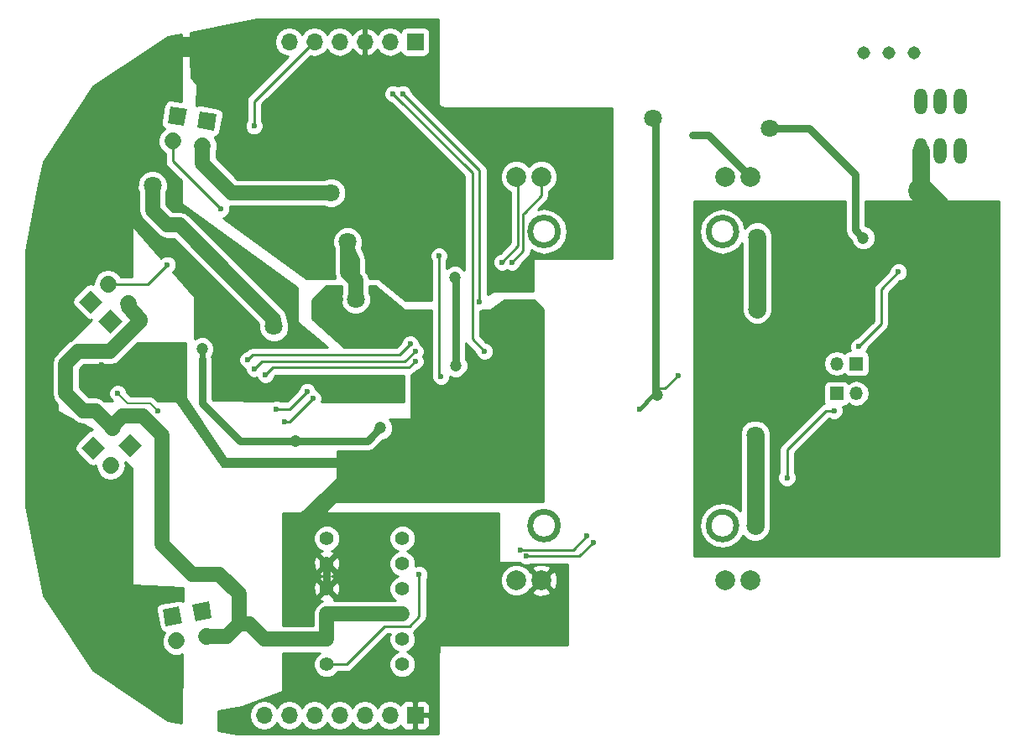
<source format=gbl>
G04 #@! TF.FileFunction,Copper,L2,Bot,Signal*
%FSLAX46Y46*%
G04 Gerber Fmt 4.6, Leading zero omitted, Abs format (unit mm)*
G04 Created by KiCad (PCBNEW 4.0.6) date 03/30/17 05:01:34*
%MOMM*%
%LPD*%
G01*
G04 APERTURE LIST*
%ADD10C,0.100000*%
%ADD11C,0.600000*%
%ADD12C,1.308000*%
%ADD13O,1.308000X2.616000*%
%ADD14C,1.422400*%
%ADD15C,1.700000*%
%ADD16R,1.700000X1.700000*%
%ADD17O,1.700000X1.700000*%
%ADD18R,1.350000X1.350000*%
%ADD19O,1.350000X1.350000*%
%ADD20C,2.000000*%
%ADD21C,1.200000*%
%ADD22C,1.800000*%
%ADD23C,0.600000*%
%ADD24C,0.800000*%
%ADD25C,1.800000*%
%ADD26C,2.600000*%
%ADD27C,1.500000*%
%ADD28C,0.400000*%
%ADD29C,0.280000*%
%ADD30C,0.250000*%
%ADD31C,0.200000*%
%ADD32C,0.254000*%
G04 APERTURE END LIST*
D10*
D11*
X191400000Y-104850000D02*
G75*
G03X191400000Y-104850000I-1400000J0D01*
G01*
X209400000Y-104850000D02*
G75*
G03X209400000Y-104850000I-1400000J0D01*
G01*
X209400000Y-75150000D02*
G75*
G03X209400000Y-75150000I-1400000J0D01*
G01*
X191400000Y-75150000D02*
G75*
G03X191400000Y-75150000I-1400000J0D01*
G01*
D12*
X227330000Y-57150000D03*
X224790000Y-57150000D03*
X222250000Y-57150000D03*
D13*
X231972500Y-67047500D03*
X229972500Y-67047500D03*
X227972500Y-67047500D03*
X231972500Y-62047500D03*
X229972500Y-62047500D03*
X227972500Y-62047500D03*
D14*
X168090000Y-108690000D03*
X168090000Y-106150000D03*
X175710000Y-106150000D03*
X175710000Y-111230000D03*
X175710000Y-118850000D03*
X168090000Y-111230000D03*
X175710000Y-116310000D03*
X168090000Y-118850000D03*
X175710000Y-108690000D03*
X168090000Y-113770000D03*
X175710000Y-113770000D03*
X168090000Y-116310000D03*
D10*
G36*
X154810514Y-114484688D02*
X154515312Y-112810514D01*
X156189486Y-112515312D01*
X156484688Y-114189486D01*
X154810514Y-114484688D01*
X154810514Y-114484688D01*
G37*
D15*
X155941066Y-116001412D02*
X155941066Y-116001412D01*
D10*
G36*
X148250000Y-95547918D02*
X149452082Y-96750000D01*
X148250000Y-97952082D01*
X147047918Y-96750000D01*
X148250000Y-95547918D01*
X148250000Y-95547918D01*
G37*
D15*
X146453949Y-94953949D02*
X146453949Y-94953949D01*
D10*
G36*
X147452082Y-84250000D02*
X146250000Y-85452082D01*
X145047918Y-84250000D01*
X146250000Y-83047918D01*
X147452082Y-84250000D01*
X147452082Y-84250000D01*
G37*
D15*
X148046051Y-82453949D02*
X148046051Y-82453949D01*
D10*
G36*
X155015312Y-64689486D02*
X155310514Y-63015312D01*
X156984688Y-63310514D01*
X156689486Y-64984688D01*
X155015312Y-64689486D01*
X155015312Y-64689486D01*
G37*
D15*
X155558934Y-66501412D02*
X155558934Y-66501412D01*
D10*
G36*
X151810514Y-114984688D02*
X151515312Y-113310514D01*
X153189486Y-113015312D01*
X153484688Y-114689486D01*
X151810514Y-114984688D01*
X151810514Y-114984688D01*
G37*
D15*
X152941066Y-116501412D02*
X152941066Y-116501412D01*
D10*
G36*
X144500000Y-98202082D02*
X143297918Y-97000000D01*
X144500000Y-95797918D01*
X145702082Y-97000000D01*
X144500000Y-98202082D01*
X144500000Y-98202082D01*
G37*
D15*
X146296051Y-98796051D02*
X146296051Y-98796051D01*
D10*
G36*
X145452082Y-82250000D02*
X144250000Y-83452082D01*
X143047918Y-82250000D01*
X144250000Y-81047918D01*
X145452082Y-82250000D01*
X145452082Y-82250000D01*
G37*
D15*
X146046051Y-80453949D02*
X146046051Y-80453949D01*
D10*
G36*
X152015312Y-64189486D02*
X152310514Y-62515312D01*
X153984688Y-62810514D01*
X153689486Y-64484688D01*
X152015312Y-64189486D01*
X152015312Y-64189486D01*
G37*
D15*
X152558934Y-66001412D02*
X152558934Y-66001412D01*
D16*
X177000000Y-56000000D03*
D17*
X174460000Y-56000000D03*
X171920000Y-56000000D03*
X169380000Y-56000000D03*
X166840000Y-56000000D03*
X164300000Y-56000000D03*
D18*
X219500000Y-91500000D03*
D19*
X221500000Y-91500000D03*
D18*
X221500000Y-88500000D03*
D19*
X219500000Y-88500000D03*
D20*
X208270000Y-110375000D03*
X210810000Y-110375000D03*
X189730000Y-110375000D03*
X187190000Y-110375000D03*
X189730000Y-69625000D03*
X187190000Y-69625000D03*
X208270000Y-69625000D03*
X210810000Y-69625000D03*
D16*
X177000000Y-124000000D03*
D17*
X174460000Y-124000000D03*
X171920000Y-124000000D03*
X169380000Y-124000000D03*
X166840000Y-124000000D03*
X164300000Y-124000000D03*
X161760000Y-124000000D03*
D21*
X181000000Y-79800000D03*
X181100000Y-88700000D03*
D22*
X211500000Y-75700000D03*
X211500000Y-83000000D03*
X211300000Y-104900000D03*
X211300000Y-95700000D03*
D23*
X226750000Y-78000000D03*
D22*
X187000000Y-100750000D03*
D21*
X151600000Y-58900000D03*
X193300000Y-69600000D03*
D23*
X215000000Y-79000000D03*
X225000000Y-101500000D03*
X225500000Y-101000000D03*
D21*
X220500000Y-81400000D03*
X220500000Y-84250000D03*
X220500000Y-98700000D03*
X220500000Y-96000000D03*
D22*
X229500000Y-90000000D03*
D23*
X222000000Y-83000000D03*
X219000000Y-83000000D03*
X222000000Y-97000000D03*
X219000000Y-97000000D03*
D22*
X220500000Y-79300000D03*
X220500000Y-100700000D03*
D21*
X179500000Y-112000000D03*
D22*
X188900000Y-83500000D03*
D23*
X177100000Y-81600000D03*
D22*
X168750000Y-81750000D03*
D21*
X173700000Y-98000000D03*
D23*
X145400000Y-88600000D03*
X148800000Y-89700000D03*
X152000000Y-90700000D03*
D21*
X158000000Y-67400000D03*
D23*
X156600000Y-82000000D03*
D21*
X185250000Y-80250000D03*
D23*
X163500000Y-67750000D03*
D21*
X160750000Y-56750000D03*
D23*
X162750000Y-74250000D03*
D21*
X143500000Y-75250000D03*
D23*
X175500000Y-91750000D03*
D21*
X147500000Y-105250000D03*
X152500000Y-123250000D03*
X168750000Y-91750000D03*
D22*
X167900000Y-78100000D03*
X167600000Y-67600000D03*
X172000000Y-63800000D03*
X187750000Y-80000000D03*
X194000000Y-74500000D03*
X172800000Y-77600000D03*
X185400000Y-75400000D03*
X173400000Y-75400000D03*
D23*
X155500000Y-91000000D03*
X199600000Y-93100000D03*
D21*
X201400000Y-91700000D03*
D23*
X203500000Y-89700000D03*
D21*
X222200000Y-75800000D03*
D22*
X201000000Y-63750000D03*
X212750000Y-64750000D03*
X170180000Y-76200000D03*
X171000000Y-82000000D03*
D21*
X155500000Y-87000000D03*
X173500000Y-95000000D03*
X164900000Y-96300000D03*
D23*
X175750000Y-61250000D03*
X183500000Y-82250000D03*
X174750000Y-61250000D03*
X184000000Y-87250000D03*
X160750000Y-64500000D03*
D21*
X151500000Y-98250000D03*
D22*
X168500000Y-71250000D03*
D23*
X205000000Y-65400000D03*
D22*
X162750000Y-84750000D03*
X150500000Y-70500000D03*
D23*
X185750000Y-78250000D03*
X214500000Y-100000000D03*
X219250000Y-93250000D03*
X221750000Y-86750000D03*
X225750000Y-79250000D03*
X177000000Y-87250000D03*
X160800000Y-89000000D03*
X176500000Y-86500000D03*
X160100000Y-88100000D03*
X186750000Y-78250000D03*
X177000000Y-88250000D03*
X151000000Y-93250000D03*
X147000000Y-91500000D03*
X161900000Y-89600000D03*
X177400000Y-109800000D03*
X166700000Y-92000000D03*
X163800000Y-94400000D03*
X166100000Y-91300000D03*
X163000000Y-93100000D03*
X152000000Y-78500000D03*
X157400000Y-72900000D03*
X179600000Y-89800000D03*
X179400000Y-77600000D03*
X194310000Y-105918000D03*
X187579000Y-107315000D03*
X194945000Y-106553000D03*
X188214000Y-107950000D03*
D24*
X181000000Y-79800000D02*
X181100000Y-79900000D01*
X181100000Y-79900000D02*
X181100000Y-88700000D01*
D25*
X211500000Y-75700000D02*
X211500000Y-83000000D01*
X211300000Y-104900000D02*
X211300000Y-95700000D01*
D24*
X220500000Y-84250000D02*
X220500000Y-83800000D01*
X220500000Y-96000000D02*
X220500000Y-96400000D01*
D26*
X229500000Y-90000000D02*
X229500000Y-72500000D01*
X229500000Y-72500000D02*
X227972500Y-70972500D01*
D25*
X227972500Y-70972500D02*
X229500000Y-72500000D01*
X227972500Y-70972500D02*
X227972500Y-67047500D01*
X220500000Y-79300000D02*
X220500000Y-79000000D01*
X220500000Y-100750000D02*
X220550000Y-100750000D01*
X220550000Y-100750000D02*
X220500000Y-100700000D01*
D27*
X168750000Y-81750000D02*
X169000000Y-82000000D01*
D24*
X168090000Y-111230000D02*
X168090000Y-108690000D01*
X172000000Y-63800000D02*
X171400000Y-63800000D01*
X171400000Y-63800000D02*
X167600000Y-67600000D01*
D28*
X201000000Y-91700000D02*
X201400000Y-91700000D01*
X199600000Y-93100000D02*
X201000000Y-91700000D01*
D24*
X201250000Y-90700000D02*
X201250000Y-91550000D01*
X201250000Y-91550000D02*
X201400000Y-91700000D01*
D29*
X201250000Y-91000000D02*
X202200000Y-91000000D01*
X202200000Y-91000000D02*
X203500000Y-89700000D01*
D24*
X221400000Y-69400000D02*
X221400000Y-75000000D01*
X221400000Y-75000000D02*
X222200000Y-75800000D01*
X212750000Y-64750000D02*
X216750000Y-64750000D01*
X216750000Y-64750000D02*
X221400000Y-69400000D01*
D30*
X201250000Y-90100000D02*
X201200000Y-90100000D01*
X201200000Y-90100000D02*
X201250000Y-90100000D01*
D24*
X201250000Y-64000000D02*
X201250000Y-90100000D01*
X201250000Y-90100000D02*
X201250000Y-90700000D01*
X201250000Y-90700000D02*
X201250000Y-91000000D01*
X201000000Y-63750000D02*
X201250000Y-64000000D01*
D27*
X171000000Y-82000000D02*
X171000000Y-80100000D01*
D24*
X171000000Y-78000000D02*
X170180000Y-76200000D01*
X171000000Y-82000000D02*
X171000000Y-78000000D01*
D27*
X170180000Y-79280000D02*
X170180000Y-76200000D01*
X171000000Y-80100000D02*
X170180000Y-79280000D01*
D24*
X155500000Y-91000000D02*
X155500000Y-88000000D01*
D11*
X155500000Y-87000000D02*
X155500000Y-88000000D01*
D24*
X164900000Y-96300000D02*
X159300000Y-96300000D01*
X155500000Y-92500000D02*
X155500000Y-91000000D01*
X159300000Y-96300000D02*
X155500000Y-92500000D01*
X164900000Y-96300000D02*
X172200000Y-96300000D01*
X172200000Y-96300000D02*
X173500000Y-95000000D01*
D29*
X175750000Y-61250000D02*
X183500000Y-69000000D01*
X183500000Y-69000000D02*
X183500000Y-82250000D01*
X174750000Y-61250000D02*
X182750000Y-69250000D01*
X182750000Y-69250000D02*
X182750000Y-86000000D01*
X182750000Y-86000000D02*
X184000000Y-87250000D01*
X166840000Y-56000000D02*
X166750000Y-56000000D01*
X166750000Y-56000000D02*
X160750000Y-62000000D01*
X160750000Y-62000000D02*
X160750000Y-64500000D01*
D27*
X175710000Y-113770000D02*
X168090000Y-113770000D01*
X155558934Y-66501412D02*
X155558934Y-68308934D01*
X155558934Y-68308934D02*
X158500000Y-71250000D01*
X158500000Y-71250000D02*
X168500000Y-71250000D01*
X168090000Y-116310000D02*
X168090000Y-113770000D01*
X159250000Y-114750000D02*
X160250000Y-114750000D01*
X160250000Y-114750000D02*
X161810000Y-116310000D01*
X161810000Y-116310000D02*
X168090000Y-116310000D01*
X146453949Y-94953949D02*
X146453949Y-94796051D01*
X146453949Y-94796051D02*
X147500000Y-93750000D01*
X147500000Y-93750000D02*
X149500000Y-93750000D01*
X149500000Y-93750000D02*
X151500000Y-95750000D01*
X151500000Y-95750000D02*
X151500000Y-98250000D01*
X151500000Y-98250000D02*
X151500000Y-106750000D01*
X151500000Y-106750000D02*
X154500000Y-109750000D01*
X154500000Y-109750000D02*
X157250000Y-109750000D01*
X157250000Y-109750000D02*
X159250000Y-111750000D01*
X159250000Y-111750000D02*
X159250000Y-114750000D01*
X159250000Y-114750000D02*
X157998588Y-116001412D01*
X157998588Y-116001412D02*
X155941066Y-116001412D01*
X143500000Y-93250000D02*
X144750000Y-93250000D01*
X144750000Y-93250000D02*
X146453949Y-94953949D01*
X148046051Y-82453949D02*
X148046051Y-82796051D01*
X148046051Y-82796051D02*
X149250000Y-84000000D01*
X149250000Y-84000000D02*
X149250000Y-84250000D01*
X149250000Y-84250000D02*
X146250000Y-87250000D01*
X146250000Y-87250000D02*
X143000000Y-87250000D01*
X143000000Y-87250000D02*
X141750000Y-88500000D01*
X141750000Y-88500000D02*
X141750000Y-91500000D01*
X141750000Y-91500000D02*
X143500000Y-93250000D01*
D24*
X206585000Y-65400000D02*
X210810000Y-69625000D01*
X205000000Y-65400000D02*
X206585000Y-65400000D01*
D27*
X159375000Y-80625000D02*
X162750000Y-84000000D01*
X162750000Y-84000000D02*
X162750000Y-84750000D01*
X159375000Y-80625000D02*
X153250000Y-74500000D01*
X153250000Y-74500000D02*
X152000000Y-74500000D01*
X152000000Y-74500000D02*
X150500000Y-73000000D01*
X150500000Y-73000000D02*
X150500000Y-70500000D01*
D29*
X185750000Y-78250000D02*
X187400000Y-76600000D01*
X187400000Y-76600000D02*
X187400000Y-69835000D01*
X187400000Y-69835000D02*
X187190000Y-69625000D01*
X186750000Y-70065000D02*
X187190000Y-69625000D01*
X219250000Y-93250000D02*
X218450000Y-93250000D01*
X214500000Y-97200000D02*
X214500000Y-100000000D01*
X218450000Y-93250000D02*
X214500000Y-97200000D01*
X224000000Y-84500000D02*
X221750000Y-86750000D01*
X224000000Y-81000000D02*
X224000000Y-84500000D01*
X225750000Y-79250000D02*
X224000000Y-81000000D01*
X174500000Y-88300000D02*
X175950000Y-88300000D01*
X175950000Y-88300000D02*
X177000000Y-87250000D01*
X174500000Y-88300000D02*
X161500000Y-88300000D01*
X161500000Y-88300000D02*
X160800000Y-89000000D01*
X173250000Y-87600000D02*
X175400000Y-87600000D01*
X175400000Y-87600000D02*
X176500000Y-86500000D01*
X160600000Y-87600000D02*
X166700000Y-87600000D01*
X160100000Y-88100000D02*
X160600000Y-87600000D01*
X166700000Y-87600000D02*
X173250000Y-87600000D01*
X186750000Y-78250000D02*
X187900000Y-77100000D01*
X187900000Y-77100000D02*
X187900000Y-73350000D01*
X187900000Y-73350000D02*
X188000000Y-73250000D01*
X188000000Y-73250000D02*
X188000000Y-73200000D01*
X188000000Y-73200000D02*
X188000000Y-73250000D01*
X188000000Y-73250000D02*
X189730000Y-71520000D01*
X189730000Y-71520000D02*
X189730000Y-69625000D01*
X208270000Y-110070000D02*
X208270000Y-110375000D01*
X175000000Y-88900000D02*
X176350000Y-88900000D01*
X176350000Y-88900000D02*
X177000000Y-88250000D01*
D31*
X148000000Y-92500000D02*
X150250000Y-92500000D01*
X150250000Y-92500000D02*
X151000000Y-93250000D01*
X147000000Y-91500000D02*
X148000000Y-92500000D01*
D29*
X162600000Y-88900000D02*
X175000000Y-88900000D01*
X161900000Y-89600000D02*
X162600000Y-88900000D01*
X168090000Y-118850000D02*
X170050000Y-118850000D01*
X170050000Y-118850000D02*
X173900000Y-115000000D01*
X173900000Y-115000000D02*
X176400000Y-115000000D01*
X176400000Y-115000000D02*
X177400000Y-114000000D01*
X177400000Y-114000000D02*
X177400000Y-109800000D01*
X166700000Y-92000000D02*
X164300000Y-94400000D01*
X164300000Y-94400000D02*
X163800000Y-94400000D01*
X166100000Y-91300000D02*
X164300000Y-93100000D01*
X164300000Y-93100000D02*
X163000000Y-93100000D01*
X149500000Y-80453949D02*
X150046051Y-80453949D01*
X150046051Y-80453949D02*
X152000000Y-78500000D01*
X149500000Y-80453949D02*
X146046051Y-80453949D01*
X152558934Y-66001412D02*
X152558934Y-68058934D01*
X152558934Y-68058934D02*
X157400000Y-72900000D01*
X179600000Y-89800000D02*
X179400000Y-89600000D01*
X179400000Y-89600000D02*
X179400000Y-77600000D01*
X194310000Y-105918000D02*
X192913000Y-107315000D01*
X192913000Y-107315000D02*
X187579000Y-107315000D01*
X194945000Y-106553000D02*
X193548000Y-107950000D01*
X193548000Y-107950000D02*
X188214000Y-107950000D01*
D32*
G36*
X179290000Y-62000000D02*
X179344046Y-62271705D01*
X179497954Y-62502046D01*
X179728295Y-62655954D01*
X180000000Y-62710000D01*
X196873000Y-62710000D01*
X196873000Y-77873000D01*
X189000000Y-77873000D01*
X188950590Y-77883006D01*
X188908965Y-77911447D01*
X188881685Y-77953841D01*
X188873000Y-78000000D01*
X188873000Y-81123000D01*
X185000000Y-81123000D01*
X184943204Y-81136408D01*
X184275000Y-81470510D01*
X184275000Y-78435167D01*
X184814838Y-78435167D01*
X184956883Y-78778943D01*
X185219673Y-79042192D01*
X185563201Y-79184838D01*
X185935167Y-79185162D01*
X186250351Y-79054931D01*
X186563201Y-79184838D01*
X186935167Y-79185162D01*
X187278943Y-79043117D01*
X187542192Y-78780327D01*
X187684838Y-78436799D01*
X187684860Y-78411155D01*
X188448005Y-77648010D01*
X188448008Y-77648008D01*
X188616007Y-77396580D01*
X188632202Y-77315162D01*
X188675001Y-77100000D01*
X188675000Y-77099995D01*
X188675000Y-77018983D01*
X189106434Y-77307259D01*
X190000000Y-77485000D01*
X190893566Y-77307259D01*
X191651094Y-76801094D01*
X192157259Y-76043566D01*
X192335000Y-75150000D01*
X192157259Y-74256434D01*
X191651094Y-73498906D01*
X190893566Y-72992741D01*
X190000000Y-72815000D01*
X189414566Y-72931450D01*
X190278005Y-72068010D01*
X190278008Y-72068008D01*
X190446007Y-71816580D01*
X190505000Y-71520000D01*
X190505000Y-71073849D01*
X190654943Y-71011894D01*
X191115278Y-70552363D01*
X191364716Y-69951648D01*
X191365284Y-69301205D01*
X191116894Y-68700057D01*
X190657363Y-68239722D01*
X190056648Y-67990284D01*
X189406205Y-67989716D01*
X188805057Y-68238106D01*
X188459801Y-68582759D01*
X188117363Y-68239722D01*
X187516648Y-67990284D01*
X186866205Y-67989716D01*
X186265057Y-68238106D01*
X185804722Y-68697637D01*
X185555284Y-69298352D01*
X185554716Y-69948795D01*
X185803106Y-70549943D01*
X186262637Y-71010278D01*
X186625000Y-71160744D01*
X186625000Y-76278985D01*
X185589125Y-77314859D01*
X185564833Y-77314838D01*
X185221057Y-77456883D01*
X184957808Y-77719673D01*
X184815162Y-78063201D01*
X184814838Y-78435167D01*
X184275000Y-78435167D01*
X184275000Y-69000000D01*
X184216007Y-68703420D01*
X184048008Y-68451992D01*
X176685141Y-61089125D01*
X176685162Y-61064833D01*
X176543117Y-60721057D01*
X176280327Y-60457808D01*
X175936799Y-60315162D01*
X175564833Y-60314838D01*
X175249649Y-60445069D01*
X174936799Y-60315162D01*
X174564833Y-60314838D01*
X174221057Y-60456883D01*
X173957808Y-60719673D01*
X173815162Y-61063201D01*
X173814838Y-61435167D01*
X173956883Y-61778943D01*
X174219673Y-62042192D01*
X174563201Y-62184838D01*
X174588844Y-62184860D01*
X181975000Y-69571015D01*
X181975000Y-79028624D01*
X181700485Y-78753629D01*
X181246734Y-78565215D01*
X180755421Y-78564786D01*
X180301343Y-78752408D01*
X180175000Y-78878530D01*
X180175000Y-78147489D01*
X180192192Y-78130327D01*
X180334838Y-77786799D01*
X180335162Y-77414833D01*
X180193117Y-77071057D01*
X179930327Y-76807808D01*
X179586799Y-76665162D01*
X179214833Y-76664838D01*
X178871057Y-76806883D01*
X178607808Y-77069673D01*
X178465162Y-77413201D01*
X178464838Y-77785167D01*
X178606883Y-78128943D01*
X178625000Y-78147092D01*
X178625000Y-82123000D01*
X176045335Y-82123000D01*
X173330421Y-79901707D01*
X173285844Y-79878163D01*
X173250000Y-79873000D01*
X172339847Y-79873000D01*
X172279573Y-79569983D01*
X172035000Y-79203954D01*
X172035000Y-78000000D01*
X172031433Y-77982068D01*
X172034374Y-77964025D01*
X171992164Y-77784651D01*
X171956215Y-77603923D01*
X171946059Y-77588723D01*
X171941871Y-77570926D01*
X171591854Y-76802596D01*
X171714733Y-76506670D01*
X171715265Y-75896009D01*
X171482068Y-75331629D01*
X171050643Y-74899449D01*
X170486670Y-74665267D01*
X169876009Y-74664735D01*
X169311629Y-74897932D01*
X168879449Y-75329357D01*
X168645267Y-75893330D01*
X168644735Y-76503991D01*
X168795000Y-76867660D01*
X168795000Y-79280000D01*
X168900427Y-79810017D01*
X168942511Y-79873000D01*
X166041121Y-79873000D01*
X157654880Y-73806357D01*
X157928943Y-73693117D01*
X158192192Y-73430327D01*
X158334838Y-73086799D01*
X158335162Y-72714833D01*
X158284461Y-72592127D01*
X158500000Y-72635000D01*
X167832733Y-72635000D01*
X168193330Y-72784733D01*
X168803991Y-72785265D01*
X169368371Y-72552068D01*
X169800551Y-72120643D01*
X170034733Y-71556670D01*
X170035265Y-70946009D01*
X169802068Y-70381629D01*
X169370643Y-69949449D01*
X168806670Y-69715267D01*
X168196009Y-69714735D01*
X167832340Y-69865000D01*
X159073686Y-69865000D01*
X156943934Y-67735248D01*
X156943934Y-67037143D01*
X157050024Y-66764334D01*
X157037385Y-66185054D01*
X156804028Y-65654705D01*
X156767885Y-65620106D01*
X156816490Y-65619549D01*
X157053480Y-65520119D01*
X157233115Y-65336321D01*
X157327090Y-65097115D01*
X157399727Y-64685167D01*
X159814838Y-64685167D01*
X159956883Y-65028943D01*
X160219673Y-65292192D01*
X160563201Y-65434838D01*
X160935167Y-65435162D01*
X161278943Y-65293117D01*
X161542192Y-65030327D01*
X161684838Y-64686799D01*
X161685162Y-64314833D01*
X161543117Y-63971057D01*
X161525000Y-63952908D01*
X161525000Y-62321016D01*
X166416218Y-57429797D01*
X166840000Y-57514093D01*
X167408285Y-57401054D01*
X167890054Y-57079147D01*
X168110000Y-56749974D01*
X168329946Y-57079147D01*
X168811715Y-57401054D01*
X169380000Y-57514093D01*
X169948285Y-57401054D01*
X170430054Y-57079147D01*
X170657702Y-56738447D01*
X170724817Y-56881358D01*
X171153076Y-57271645D01*
X171563110Y-57441476D01*
X171793000Y-57320155D01*
X171793000Y-56127000D01*
X171773000Y-56127000D01*
X171773000Y-55873000D01*
X171793000Y-55873000D01*
X171793000Y-54679845D01*
X172047000Y-54679845D01*
X172047000Y-55873000D01*
X172067000Y-55873000D01*
X172067000Y-56127000D01*
X172047000Y-56127000D01*
X172047000Y-57320155D01*
X172276890Y-57441476D01*
X172686924Y-57271645D01*
X173115183Y-56881358D01*
X173182298Y-56738447D01*
X173409946Y-57079147D01*
X173891715Y-57401054D01*
X174460000Y-57514093D01*
X175028285Y-57401054D01*
X175510054Y-57079147D01*
X175537850Y-57037548D01*
X175546838Y-57085317D01*
X175685910Y-57301441D01*
X175898110Y-57446431D01*
X176150000Y-57497440D01*
X177850000Y-57497440D01*
X178085317Y-57453162D01*
X178301441Y-57314090D01*
X178446431Y-57101890D01*
X178497440Y-56850000D01*
X178497440Y-55150000D01*
X178453162Y-54914683D01*
X178314090Y-54698559D01*
X178101890Y-54553569D01*
X177850000Y-54502560D01*
X176150000Y-54502560D01*
X175914683Y-54546838D01*
X175698559Y-54685910D01*
X175553569Y-54898110D01*
X175539914Y-54965541D01*
X175510054Y-54920853D01*
X175028285Y-54598946D01*
X174460000Y-54485907D01*
X173891715Y-54598946D01*
X173409946Y-54920853D01*
X173182298Y-55261553D01*
X173115183Y-55118642D01*
X172686924Y-54728355D01*
X172276890Y-54558524D01*
X172047000Y-54679845D01*
X171793000Y-54679845D01*
X171563110Y-54558524D01*
X171153076Y-54728355D01*
X170724817Y-55118642D01*
X170657702Y-55261553D01*
X170430054Y-54920853D01*
X169948285Y-54598946D01*
X169380000Y-54485907D01*
X168811715Y-54598946D01*
X168329946Y-54920853D01*
X168110000Y-55250026D01*
X167890054Y-54920853D01*
X167408285Y-54598946D01*
X166840000Y-54485907D01*
X166271715Y-54598946D01*
X165789946Y-54920853D01*
X165570000Y-55250026D01*
X165350054Y-54920853D01*
X164868285Y-54598946D01*
X164300000Y-54485907D01*
X163731715Y-54598946D01*
X163249946Y-54920853D01*
X162928039Y-55402622D01*
X162815000Y-55970907D01*
X162815000Y-56029093D01*
X162928039Y-56597378D01*
X163249946Y-57079147D01*
X163731715Y-57401054D01*
X164166455Y-57487529D01*
X160201992Y-61451992D01*
X160033993Y-61703420D01*
X159975000Y-62000000D01*
X159975000Y-63952511D01*
X159957808Y-63969673D01*
X159815162Y-64313201D01*
X159814838Y-64685167D01*
X157399727Y-64685167D01*
X157622292Y-63422941D01*
X157619549Y-63183510D01*
X157520119Y-62946520D01*
X157336321Y-62766885D01*
X157097115Y-62672910D01*
X155422941Y-62377708D01*
X155183510Y-62380451D01*
X154959422Y-62474468D01*
X155026933Y-60404139D01*
X155018542Y-60354429D01*
X155001600Y-60323800D01*
X154425996Y-59556328D01*
X154376964Y-57496977D01*
X154365785Y-57447819D01*
X154336361Y-57406883D01*
X154293330Y-57380620D01*
X154250000Y-57373000D01*
X153500000Y-57373000D01*
X153450590Y-57383006D01*
X153408965Y-57411447D01*
X153381685Y-57453841D01*
X153373000Y-57500000D01*
X153373000Y-62045229D01*
X152422941Y-61877708D01*
X152183510Y-61880451D01*
X151946520Y-61979881D01*
X151766885Y-62163679D01*
X151672910Y-62402885D01*
X151377708Y-64077059D01*
X151380451Y-64316490D01*
X151479881Y-64553480D01*
X151663679Y-64733115D01*
X151727715Y-64758272D01*
X151678524Y-64779917D01*
X151277848Y-65198468D01*
X151067844Y-65738490D01*
X151080483Y-66317770D01*
X151313840Y-66848119D01*
X151732391Y-67248795D01*
X151783934Y-67268839D01*
X151783934Y-68058934D01*
X151842927Y-68355514D01*
X152010926Y-68606942D01*
X153373000Y-69969016D01*
X153373000Y-72250000D01*
X153383006Y-72299410D01*
X153425563Y-72352899D01*
X165123000Y-80814875D01*
X165123000Y-84250000D01*
X165133006Y-84299410D01*
X165168697Y-84347564D01*
X168141620Y-86825000D01*
X160600005Y-86825000D01*
X160600000Y-86824999D01*
X160303420Y-86883993D01*
X160051992Y-87051992D01*
X159939125Y-87164859D01*
X159914833Y-87164838D01*
X159571057Y-87306883D01*
X159307808Y-87569673D01*
X159165162Y-87913201D01*
X159164838Y-88285167D01*
X159306883Y-88628943D01*
X159569673Y-88892192D01*
X159864986Y-89014817D01*
X159864838Y-89185167D01*
X160006883Y-89528943D01*
X160269673Y-89792192D01*
X160613201Y-89934838D01*
X160985167Y-89935162D01*
X161020741Y-89920463D01*
X161106883Y-90128943D01*
X161369673Y-90392192D01*
X161713201Y-90534838D01*
X162085167Y-90535162D01*
X162428943Y-90393117D01*
X162692192Y-90130327D01*
X162834838Y-89786799D01*
X162834860Y-89761155D01*
X162921015Y-89675000D01*
X175873000Y-89675000D01*
X175873000Y-92371805D01*
X167590235Y-92294215D01*
X167634838Y-92186799D01*
X167635162Y-91814833D01*
X167493117Y-91471057D01*
X167230327Y-91207808D01*
X167035152Y-91126764D01*
X167035162Y-91114833D01*
X166893117Y-90771057D01*
X166630327Y-90507808D01*
X166286799Y-90365162D01*
X165914833Y-90364838D01*
X165571057Y-90506883D01*
X165307808Y-90769673D01*
X165165162Y-91113201D01*
X165165140Y-91138845D01*
X164042998Y-92260986D01*
X163403132Y-92254992D01*
X163186799Y-92165162D01*
X162814833Y-92164838D01*
X162614523Y-92247604D01*
X156655494Y-92191782D01*
X156535000Y-92071288D01*
X156535000Y-88000000D01*
X156487176Y-87759576D01*
X156546371Y-87700485D01*
X156734785Y-87246734D01*
X156735214Y-86755421D01*
X156547592Y-86301343D01*
X156200485Y-85953629D01*
X155746734Y-85765215D01*
X155255421Y-85764786D01*
X154801343Y-85952408D01*
X154777000Y-85976709D01*
X154777000Y-81800000D01*
X154766994Y-81750590D01*
X154745703Y-81716514D01*
X152583856Y-79238299D01*
X152792192Y-79030327D01*
X152934838Y-78686799D01*
X152935162Y-78314833D01*
X152793117Y-77971057D01*
X152530327Y-77707808D01*
X152186799Y-77565162D01*
X151814833Y-77564838D01*
X151471057Y-77706883D01*
X151351795Y-77825937D01*
X148595703Y-74666514D01*
X148555683Y-74635858D01*
X148506888Y-74623187D01*
X148457008Y-74630498D01*
X148413902Y-74656640D01*
X148384363Y-74697492D01*
X148373000Y-74750000D01*
X148373000Y-79678949D01*
X147286716Y-79678949D01*
X147116676Y-79424467D01*
X147075533Y-79383323D01*
X146593764Y-79061416D01*
X146025479Y-78948376D01*
X145457194Y-79061416D01*
X144975425Y-79383323D01*
X144653518Y-79865092D01*
X144540478Y-80433377D01*
X144550238Y-80482445D01*
X144510106Y-80455024D01*
X144258944Y-80400540D01*
X144006373Y-80448064D01*
X143792191Y-80590109D01*
X142590109Y-81792191D01*
X142455024Y-81989894D01*
X142400540Y-82241056D01*
X142448064Y-82493627D01*
X142590109Y-82707809D01*
X143792191Y-83909891D01*
X143989894Y-84044976D01*
X144241056Y-84099460D01*
X144357794Y-84077495D01*
X142242006Y-86122756D01*
X142020657Y-86270657D01*
X140770657Y-87520657D01*
X140470427Y-87969983D01*
X140365000Y-88500000D01*
X140365000Y-91500000D01*
X140470427Y-92030017D01*
X140706946Y-92383993D01*
X140770657Y-92479343D01*
X140873000Y-92581686D01*
X140873000Y-93250000D01*
X140883006Y-93299410D01*
X140911447Y-93341035D01*
X140943204Y-93363592D01*
X142366608Y-94075294D01*
X142520657Y-94229343D01*
X142969984Y-94529574D01*
X143476784Y-94630382D01*
X144424768Y-95104374D01*
X144476953Y-95156559D01*
X144256373Y-95198064D01*
X144042191Y-95340109D01*
X142840109Y-96542191D01*
X142705024Y-96739894D01*
X142650540Y-96991056D01*
X142698064Y-97243627D01*
X142840109Y-97457809D01*
X144042191Y-98659891D01*
X144239894Y-98794976D01*
X144491056Y-98849460D01*
X144743627Y-98801936D01*
X144800963Y-98763911D01*
X144790478Y-98816623D01*
X144903518Y-99384908D01*
X145225425Y-99866677D01*
X145707194Y-100188584D01*
X146275479Y-100301624D01*
X146843764Y-100188584D01*
X147325533Y-99866677D01*
X147366676Y-99825533D01*
X147688584Y-99343764D01*
X147801623Y-98775479D01*
X147728560Y-98408166D01*
X148373000Y-99052606D01*
X148373000Y-110750000D01*
X148383006Y-110799410D01*
X148411447Y-110841035D01*
X148453841Y-110868315D01*
X148493959Y-110876856D01*
X153621032Y-111121002D01*
X153598421Y-112522893D01*
X153568134Y-112490141D01*
X153333981Y-112384202D01*
X153077059Y-112377708D01*
X151402885Y-112672910D01*
X151178832Y-112757378D01*
X150990141Y-112931866D01*
X150884202Y-113166019D01*
X150877708Y-113422941D01*
X151172910Y-115097115D01*
X151257378Y-115321168D01*
X151431866Y-115509859D01*
X151666019Y-115615798D01*
X151734799Y-115617536D01*
X151695972Y-115654705D01*
X151462615Y-116185054D01*
X151449976Y-116764334D01*
X151659980Y-117304356D01*
X152060656Y-117722907D01*
X152591005Y-117956264D01*
X153170285Y-117968903D01*
X153227587Y-117958799D01*
X153512532Y-117847989D01*
X153400975Y-124764550D01*
X152092625Y-124504303D01*
X144541318Y-119458682D01*
X139495697Y-111907375D01*
X137710000Y-102930069D01*
X137710000Y-77069931D01*
X138956372Y-70803991D01*
X148964735Y-70803991D01*
X149115000Y-71167660D01*
X149115000Y-73000000D01*
X149220427Y-73530017D01*
X149466311Y-73898008D01*
X149520657Y-73979343D01*
X151020657Y-75479343D01*
X151469983Y-75779573D01*
X152000000Y-75885000D01*
X152676314Y-75885000D01*
X161220952Y-84429638D01*
X161215267Y-84443330D01*
X161214735Y-85053991D01*
X161447932Y-85618371D01*
X161879357Y-86050551D01*
X162443330Y-86284733D01*
X163053991Y-86285265D01*
X163618371Y-86052068D01*
X164050551Y-85620643D01*
X164284733Y-85056670D01*
X164285265Y-84446009D01*
X164135000Y-84082340D01*
X164135000Y-84000000D01*
X164111003Y-83879357D01*
X164029574Y-83469984D01*
X163729343Y-83020657D01*
X154229343Y-73520657D01*
X154120616Y-73448008D01*
X153780017Y-73220427D01*
X153250000Y-73115000D01*
X152573686Y-73115000D01*
X151885000Y-72426314D01*
X151885000Y-71167267D01*
X152034733Y-70806670D01*
X152035265Y-70196009D01*
X151802068Y-69631629D01*
X151370643Y-69199449D01*
X150806670Y-68965267D01*
X150196009Y-68964735D01*
X149631629Y-69197932D01*
X149199449Y-69629357D01*
X148965267Y-70193330D01*
X148964735Y-70803991D01*
X138956372Y-70803991D01*
X139495697Y-68092625D01*
X144541318Y-60541318D01*
X152092625Y-55495697D01*
X153373000Y-55241015D01*
X153373000Y-55500000D01*
X153383006Y-55549410D01*
X153411447Y-55591035D01*
X153453841Y-55618315D01*
X153500000Y-55627000D01*
X154250000Y-55627000D01*
X154299410Y-55616994D01*
X154341035Y-55588553D01*
X154368315Y-55546159D01*
X154377000Y-55500000D01*
X154377000Y-55041307D01*
X161069931Y-53710000D01*
X179290000Y-53710000D01*
X179290000Y-62000000D01*
X179290000Y-62000000D01*
G37*
X179290000Y-62000000D02*
X179344046Y-62271705D01*
X179497954Y-62502046D01*
X179728295Y-62655954D01*
X180000000Y-62710000D01*
X196873000Y-62710000D01*
X196873000Y-77873000D01*
X189000000Y-77873000D01*
X188950590Y-77883006D01*
X188908965Y-77911447D01*
X188881685Y-77953841D01*
X188873000Y-78000000D01*
X188873000Y-81123000D01*
X185000000Y-81123000D01*
X184943204Y-81136408D01*
X184275000Y-81470510D01*
X184275000Y-78435167D01*
X184814838Y-78435167D01*
X184956883Y-78778943D01*
X185219673Y-79042192D01*
X185563201Y-79184838D01*
X185935167Y-79185162D01*
X186250351Y-79054931D01*
X186563201Y-79184838D01*
X186935167Y-79185162D01*
X187278943Y-79043117D01*
X187542192Y-78780327D01*
X187684838Y-78436799D01*
X187684860Y-78411155D01*
X188448005Y-77648010D01*
X188448008Y-77648008D01*
X188616007Y-77396580D01*
X188632202Y-77315162D01*
X188675001Y-77100000D01*
X188675000Y-77099995D01*
X188675000Y-77018983D01*
X189106434Y-77307259D01*
X190000000Y-77485000D01*
X190893566Y-77307259D01*
X191651094Y-76801094D01*
X192157259Y-76043566D01*
X192335000Y-75150000D01*
X192157259Y-74256434D01*
X191651094Y-73498906D01*
X190893566Y-72992741D01*
X190000000Y-72815000D01*
X189414566Y-72931450D01*
X190278005Y-72068010D01*
X190278008Y-72068008D01*
X190446007Y-71816580D01*
X190505000Y-71520000D01*
X190505000Y-71073849D01*
X190654943Y-71011894D01*
X191115278Y-70552363D01*
X191364716Y-69951648D01*
X191365284Y-69301205D01*
X191116894Y-68700057D01*
X190657363Y-68239722D01*
X190056648Y-67990284D01*
X189406205Y-67989716D01*
X188805057Y-68238106D01*
X188459801Y-68582759D01*
X188117363Y-68239722D01*
X187516648Y-67990284D01*
X186866205Y-67989716D01*
X186265057Y-68238106D01*
X185804722Y-68697637D01*
X185555284Y-69298352D01*
X185554716Y-69948795D01*
X185803106Y-70549943D01*
X186262637Y-71010278D01*
X186625000Y-71160744D01*
X186625000Y-76278985D01*
X185589125Y-77314859D01*
X185564833Y-77314838D01*
X185221057Y-77456883D01*
X184957808Y-77719673D01*
X184815162Y-78063201D01*
X184814838Y-78435167D01*
X184275000Y-78435167D01*
X184275000Y-69000000D01*
X184216007Y-68703420D01*
X184048008Y-68451992D01*
X176685141Y-61089125D01*
X176685162Y-61064833D01*
X176543117Y-60721057D01*
X176280327Y-60457808D01*
X175936799Y-60315162D01*
X175564833Y-60314838D01*
X175249649Y-60445069D01*
X174936799Y-60315162D01*
X174564833Y-60314838D01*
X174221057Y-60456883D01*
X173957808Y-60719673D01*
X173815162Y-61063201D01*
X173814838Y-61435167D01*
X173956883Y-61778943D01*
X174219673Y-62042192D01*
X174563201Y-62184838D01*
X174588844Y-62184860D01*
X181975000Y-69571015D01*
X181975000Y-79028624D01*
X181700485Y-78753629D01*
X181246734Y-78565215D01*
X180755421Y-78564786D01*
X180301343Y-78752408D01*
X180175000Y-78878530D01*
X180175000Y-78147489D01*
X180192192Y-78130327D01*
X180334838Y-77786799D01*
X180335162Y-77414833D01*
X180193117Y-77071057D01*
X179930327Y-76807808D01*
X179586799Y-76665162D01*
X179214833Y-76664838D01*
X178871057Y-76806883D01*
X178607808Y-77069673D01*
X178465162Y-77413201D01*
X178464838Y-77785167D01*
X178606883Y-78128943D01*
X178625000Y-78147092D01*
X178625000Y-82123000D01*
X176045335Y-82123000D01*
X173330421Y-79901707D01*
X173285844Y-79878163D01*
X173250000Y-79873000D01*
X172339847Y-79873000D01*
X172279573Y-79569983D01*
X172035000Y-79203954D01*
X172035000Y-78000000D01*
X172031433Y-77982068D01*
X172034374Y-77964025D01*
X171992164Y-77784651D01*
X171956215Y-77603923D01*
X171946059Y-77588723D01*
X171941871Y-77570926D01*
X171591854Y-76802596D01*
X171714733Y-76506670D01*
X171715265Y-75896009D01*
X171482068Y-75331629D01*
X171050643Y-74899449D01*
X170486670Y-74665267D01*
X169876009Y-74664735D01*
X169311629Y-74897932D01*
X168879449Y-75329357D01*
X168645267Y-75893330D01*
X168644735Y-76503991D01*
X168795000Y-76867660D01*
X168795000Y-79280000D01*
X168900427Y-79810017D01*
X168942511Y-79873000D01*
X166041121Y-79873000D01*
X157654880Y-73806357D01*
X157928943Y-73693117D01*
X158192192Y-73430327D01*
X158334838Y-73086799D01*
X158335162Y-72714833D01*
X158284461Y-72592127D01*
X158500000Y-72635000D01*
X167832733Y-72635000D01*
X168193330Y-72784733D01*
X168803991Y-72785265D01*
X169368371Y-72552068D01*
X169800551Y-72120643D01*
X170034733Y-71556670D01*
X170035265Y-70946009D01*
X169802068Y-70381629D01*
X169370643Y-69949449D01*
X168806670Y-69715267D01*
X168196009Y-69714735D01*
X167832340Y-69865000D01*
X159073686Y-69865000D01*
X156943934Y-67735248D01*
X156943934Y-67037143D01*
X157050024Y-66764334D01*
X157037385Y-66185054D01*
X156804028Y-65654705D01*
X156767885Y-65620106D01*
X156816490Y-65619549D01*
X157053480Y-65520119D01*
X157233115Y-65336321D01*
X157327090Y-65097115D01*
X157399727Y-64685167D01*
X159814838Y-64685167D01*
X159956883Y-65028943D01*
X160219673Y-65292192D01*
X160563201Y-65434838D01*
X160935167Y-65435162D01*
X161278943Y-65293117D01*
X161542192Y-65030327D01*
X161684838Y-64686799D01*
X161685162Y-64314833D01*
X161543117Y-63971057D01*
X161525000Y-63952908D01*
X161525000Y-62321016D01*
X166416218Y-57429797D01*
X166840000Y-57514093D01*
X167408285Y-57401054D01*
X167890054Y-57079147D01*
X168110000Y-56749974D01*
X168329946Y-57079147D01*
X168811715Y-57401054D01*
X169380000Y-57514093D01*
X169948285Y-57401054D01*
X170430054Y-57079147D01*
X170657702Y-56738447D01*
X170724817Y-56881358D01*
X171153076Y-57271645D01*
X171563110Y-57441476D01*
X171793000Y-57320155D01*
X171793000Y-56127000D01*
X171773000Y-56127000D01*
X171773000Y-55873000D01*
X171793000Y-55873000D01*
X171793000Y-54679845D01*
X172047000Y-54679845D01*
X172047000Y-55873000D01*
X172067000Y-55873000D01*
X172067000Y-56127000D01*
X172047000Y-56127000D01*
X172047000Y-57320155D01*
X172276890Y-57441476D01*
X172686924Y-57271645D01*
X173115183Y-56881358D01*
X173182298Y-56738447D01*
X173409946Y-57079147D01*
X173891715Y-57401054D01*
X174460000Y-57514093D01*
X175028285Y-57401054D01*
X175510054Y-57079147D01*
X175537850Y-57037548D01*
X175546838Y-57085317D01*
X175685910Y-57301441D01*
X175898110Y-57446431D01*
X176150000Y-57497440D01*
X177850000Y-57497440D01*
X178085317Y-57453162D01*
X178301441Y-57314090D01*
X178446431Y-57101890D01*
X178497440Y-56850000D01*
X178497440Y-55150000D01*
X178453162Y-54914683D01*
X178314090Y-54698559D01*
X178101890Y-54553569D01*
X177850000Y-54502560D01*
X176150000Y-54502560D01*
X175914683Y-54546838D01*
X175698559Y-54685910D01*
X175553569Y-54898110D01*
X175539914Y-54965541D01*
X175510054Y-54920853D01*
X175028285Y-54598946D01*
X174460000Y-54485907D01*
X173891715Y-54598946D01*
X173409946Y-54920853D01*
X173182298Y-55261553D01*
X173115183Y-55118642D01*
X172686924Y-54728355D01*
X172276890Y-54558524D01*
X172047000Y-54679845D01*
X171793000Y-54679845D01*
X171563110Y-54558524D01*
X171153076Y-54728355D01*
X170724817Y-55118642D01*
X170657702Y-55261553D01*
X170430054Y-54920853D01*
X169948285Y-54598946D01*
X169380000Y-54485907D01*
X168811715Y-54598946D01*
X168329946Y-54920853D01*
X168110000Y-55250026D01*
X167890054Y-54920853D01*
X167408285Y-54598946D01*
X166840000Y-54485907D01*
X166271715Y-54598946D01*
X165789946Y-54920853D01*
X165570000Y-55250026D01*
X165350054Y-54920853D01*
X164868285Y-54598946D01*
X164300000Y-54485907D01*
X163731715Y-54598946D01*
X163249946Y-54920853D01*
X162928039Y-55402622D01*
X162815000Y-55970907D01*
X162815000Y-56029093D01*
X162928039Y-56597378D01*
X163249946Y-57079147D01*
X163731715Y-57401054D01*
X164166455Y-57487529D01*
X160201992Y-61451992D01*
X160033993Y-61703420D01*
X159975000Y-62000000D01*
X159975000Y-63952511D01*
X159957808Y-63969673D01*
X159815162Y-64313201D01*
X159814838Y-64685167D01*
X157399727Y-64685167D01*
X157622292Y-63422941D01*
X157619549Y-63183510D01*
X157520119Y-62946520D01*
X157336321Y-62766885D01*
X157097115Y-62672910D01*
X155422941Y-62377708D01*
X155183510Y-62380451D01*
X154959422Y-62474468D01*
X155026933Y-60404139D01*
X155018542Y-60354429D01*
X155001600Y-60323800D01*
X154425996Y-59556328D01*
X154376964Y-57496977D01*
X154365785Y-57447819D01*
X154336361Y-57406883D01*
X154293330Y-57380620D01*
X154250000Y-57373000D01*
X153500000Y-57373000D01*
X153450590Y-57383006D01*
X153408965Y-57411447D01*
X153381685Y-57453841D01*
X153373000Y-57500000D01*
X153373000Y-62045229D01*
X152422941Y-61877708D01*
X152183510Y-61880451D01*
X151946520Y-61979881D01*
X151766885Y-62163679D01*
X151672910Y-62402885D01*
X151377708Y-64077059D01*
X151380451Y-64316490D01*
X151479881Y-64553480D01*
X151663679Y-64733115D01*
X151727715Y-64758272D01*
X151678524Y-64779917D01*
X151277848Y-65198468D01*
X151067844Y-65738490D01*
X151080483Y-66317770D01*
X151313840Y-66848119D01*
X151732391Y-67248795D01*
X151783934Y-67268839D01*
X151783934Y-68058934D01*
X151842927Y-68355514D01*
X152010926Y-68606942D01*
X153373000Y-69969016D01*
X153373000Y-72250000D01*
X153383006Y-72299410D01*
X153425563Y-72352899D01*
X165123000Y-80814875D01*
X165123000Y-84250000D01*
X165133006Y-84299410D01*
X165168697Y-84347564D01*
X168141620Y-86825000D01*
X160600005Y-86825000D01*
X160600000Y-86824999D01*
X160303420Y-86883993D01*
X160051992Y-87051992D01*
X159939125Y-87164859D01*
X159914833Y-87164838D01*
X159571057Y-87306883D01*
X159307808Y-87569673D01*
X159165162Y-87913201D01*
X159164838Y-88285167D01*
X159306883Y-88628943D01*
X159569673Y-88892192D01*
X159864986Y-89014817D01*
X159864838Y-89185167D01*
X160006883Y-89528943D01*
X160269673Y-89792192D01*
X160613201Y-89934838D01*
X160985167Y-89935162D01*
X161020741Y-89920463D01*
X161106883Y-90128943D01*
X161369673Y-90392192D01*
X161713201Y-90534838D01*
X162085167Y-90535162D01*
X162428943Y-90393117D01*
X162692192Y-90130327D01*
X162834838Y-89786799D01*
X162834860Y-89761155D01*
X162921015Y-89675000D01*
X175873000Y-89675000D01*
X175873000Y-92371805D01*
X167590235Y-92294215D01*
X167634838Y-92186799D01*
X167635162Y-91814833D01*
X167493117Y-91471057D01*
X167230327Y-91207808D01*
X167035152Y-91126764D01*
X167035162Y-91114833D01*
X166893117Y-90771057D01*
X166630327Y-90507808D01*
X166286799Y-90365162D01*
X165914833Y-90364838D01*
X165571057Y-90506883D01*
X165307808Y-90769673D01*
X165165162Y-91113201D01*
X165165140Y-91138845D01*
X164042998Y-92260986D01*
X163403132Y-92254992D01*
X163186799Y-92165162D01*
X162814833Y-92164838D01*
X162614523Y-92247604D01*
X156655494Y-92191782D01*
X156535000Y-92071288D01*
X156535000Y-88000000D01*
X156487176Y-87759576D01*
X156546371Y-87700485D01*
X156734785Y-87246734D01*
X156735214Y-86755421D01*
X156547592Y-86301343D01*
X156200485Y-85953629D01*
X155746734Y-85765215D01*
X155255421Y-85764786D01*
X154801343Y-85952408D01*
X154777000Y-85976709D01*
X154777000Y-81800000D01*
X154766994Y-81750590D01*
X154745703Y-81716514D01*
X152583856Y-79238299D01*
X152792192Y-79030327D01*
X152934838Y-78686799D01*
X152935162Y-78314833D01*
X152793117Y-77971057D01*
X152530327Y-77707808D01*
X152186799Y-77565162D01*
X151814833Y-77564838D01*
X151471057Y-77706883D01*
X151351795Y-77825937D01*
X148595703Y-74666514D01*
X148555683Y-74635858D01*
X148506888Y-74623187D01*
X148457008Y-74630498D01*
X148413902Y-74656640D01*
X148384363Y-74697492D01*
X148373000Y-74750000D01*
X148373000Y-79678949D01*
X147286716Y-79678949D01*
X147116676Y-79424467D01*
X147075533Y-79383323D01*
X146593764Y-79061416D01*
X146025479Y-78948376D01*
X145457194Y-79061416D01*
X144975425Y-79383323D01*
X144653518Y-79865092D01*
X144540478Y-80433377D01*
X144550238Y-80482445D01*
X144510106Y-80455024D01*
X144258944Y-80400540D01*
X144006373Y-80448064D01*
X143792191Y-80590109D01*
X142590109Y-81792191D01*
X142455024Y-81989894D01*
X142400540Y-82241056D01*
X142448064Y-82493627D01*
X142590109Y-82707809D01*
X143792191Y-83909891D01*
X143989894Y-84044976D01*
X144241056Y-84099460D01*
X144357794Y-84077495D01*
X142242006Y-86122756D01*
X142020657Y-86270657D01*
X140770657Y-87520657D01*
X140470427Y-87969983D01*
X140365000Y-88500000D01*
X140365000Y-91500000D01*
X140470427Y-92030017D01*
X140706946Y-92383993D01*
X140770657Y-92479343D01*
X140873000Y-92581686D01*
X140873000Y-93250000D01*
X140883006Y-93299410D01*
X140911447Y-93341035D01*
X140943204Y-93363592D01*
X142366608Y-94075294D01*
X142520657Y-94229343D01*
X142969984Y-94529574D01*
X143476784Y-94630382D01*
X144424768Y-95104374D01*
X144476953Y-95156559D01*
X144256373Y-95198064D01*
X144042191Y-95340109D01*
X142840109Y-96542191D01*
X142705024Y-96739894D01*
X142650540Y-96991056D01*
X142698064Y-97243627D01*
X142840109Y-97457809D01*
X144042191Y-98659891D01*
X144239894Y-98794976D01*
X144491056Y-98849460D01*
X144743627Y-98801936D01*
X144800963Y-98763911D01*
X144790478Y-98816623D01*
X144903518Y-99384908D01*
X145225425Y-99866677D01*
X145707194Y-100188584D01*
X146275479Y-100301624D01*
X146843764Y-100188584D01*
X147325533Y-99866677D01*
X147366676Y-99825533D01*
X147688584Y-99343764D01*
X147801623Y-98775479D01*
X147728560Y-98408166D01*
X148373000Y-99052606D01*
X148373000Y-110750000D01*
X148383006Y-110799410D01*
X148411447Y-110841035D01*
X148453841Y-110868315D01*
X148493959Y-110876856D01*
X153621032Y-111121002D01*
X153598421Y-112522893D01*
X153568134Y-112490141D01*
X153333981Y-112384202D01*
X153077059Y-112377708D01*
X151402885Y-112672910D01*
X151178832Y-112757378D01*
X150990141Y-112931866D01*
X150884202Y-113166019D01*
X150877708Y-113422941D01*
X151172910Y-115097115D01*
X151257378Y-115321168D01*
X151431866Y-115509859D01*
X151666019Y-115615798D01*
X151734799Y-115617536D01*
X151695972Y-115654705D01*
X151462615Y-116185054D01*
X151449976Y-116764334D01*
X151659980Y-117304356D01*
X152060656Y-117722907D01*
X152591005Y-117956264D01*
X153170285Y-117968903D01*
X153227587Y-117958799D01*
X153512532Y-117847989D01*
X153400975Y-124764550D01*
X152092625Y-124504303D01*
X144541318Y-119458682D01*
X139495697Y-111907375D01*
X137710000Y-102930069D01*
X137710000Y-77069931D01*
X138956372Y-70803991D01*
X148964735Y-70803991D01*
X149115000Y-71167660D01*
X149115000Y-73000000D01*
X149220427Y-73530017D01*
X149466311Y-73898008D01*
X149520657Y-73979343D01*
X151020657Y-75479343D01*
X151469983Y-75779573D01*
X152000000Y-75885000D01*
X152676314Y-75885000D01*
X161220952Y-84429638D01*
X161215267Y-84443330D01*
X161214735Y-85053991D01*
X161447932Y-85618371D01*
X161879357Y-86050551D01*
X162443330Y-86284733D01*
X163053991Y-86285265D01*
X163618371Y-86052068D01*
X164050551Y-85620643D01*
X164284733Y-85056670D01*
X164285265Y-84446009D01*
X164135000Y-84082340D01*
X164135000Y-84000000D01*
X164111003Y-83879357D01*
X164029574Y-83469984D01*
X163729343Y-83020657D01*
X154229343Y-73520657D01*
X154120616Y-73448008D01*
X153780017Y-73220427D01*
X153250000Y-73115000D01*
X152573686Y-73115000D01*
X151885000Y-72426314D01*
X151885000Y-71167267D01*
X152034733Y-70806670D01*
X152035265Y-70196009D01*
X151802068Y-69631629D01*
X151370643Y-69199449D01*
X150806670Y-68965267D01*
X150196009Y-68964735D01*
X149631629Y-69197932D01*
X149199449Y-69629357D01*
X148965267Y-70193330D01*
X148964735Y-70803991D01*
X138956372Y-70803991D01*
X139495697Y-68092625D01*
X144541318Y-60541318D01*
X152092625Y-55495697D01*
X153373000Y-55241015D01*
X153373000Y-55500000D01*
X153383006Y-55549410D01*
X153411447Y-55591035D01*
X153453841Y-55618315D01*
X153500000Y-55627000D01*
X154250000Y-55627000D01*
X154299410Y-55616994D01*
X154341035Y-55588553D01*
X154368315Y-55546159D01*
X154377000Y-55500000D01*
X154377000Y-55041307D01*
X161069931Y-53710000D01*
X179290000Y-53710000D01*
X179290000Y-62000000D01*
G36*
X169615000Y-80673686D02*
X169615000Y-81332733D01*
X169465267Y-81693330D01*
X169464735Y-82303991D01*
X169697932Y-82868371D01*
X170129357Y-83300551D01*
X170693330Y-83534733D01*
X171303991Y-83535265D01*
X171868371Y-83302068D01*
X172300551Y-82870643D01*
X172534733Y-82306670D01*
X172535265Y-81696009D01*
X172385000Y-81332340D01*
X172385000Y-80627000D01*
X172954020Y-80627000D01*
X175918697Y-83097564D01*
X175963060Y-83121509D01*
X176000000Y-83127000D01*
X178625000Y-83127000D01*
X178625000Y-89600000D01*
X178664998Y-89801087D01*
X178664838Y-89985167D01*
X178806883Y-90328943D01*
X179069673Y-90592192D01*
X179413201Y-90734838D01*
X179785167Y-90735162D01*
X180128943Y-90593117D01*
X180392192Y-90330327D01*
X180534838Y-89986799D01*
X180534998Y-89802629D01*
X180853266Y-89934785D01*
X181344579Y-89935214D01*
X181798657Y-89747592D01*
X182146371Y-89400485D01*
X182334785Y-88946734D01*
X182335214Y-88455421D01*
X182147592Y-88001343D01*
X182135000Y-87988729D01*
X182135000Y-86447747D01*
X182201992Y-86548008D01*
X183064859Y-87410875D01*
X183064838Y-87435167D01*
X183206883Y-87778943D01*
X183469673Y-88042192D01*
X183813201Y-88184838D01*
X184185167Y-88185162D01*
X184528943Y-88043117D01*
X184792192Y-87780327D01*
X184934838Y-87436799D01*
X184935162Y-87064833D01*
X184793117Y-86721057D01*
X184530327Y-86457808D01*
X184186799Y-86315162D01*
X184161156Y-86315140D01*
X183525000Y-85678984D01*
X183525000Y-83185022D01*
X183685167Y-83185162D01*
X183825930Y-83127000D01*
X184500000Y-83127000D01*
X184570447Y-83105670D01*
X186038452Y-82127000D01*
X188947394Y-82127000D01*
X189873000Y-83052606D01*
X189873000Y-102373000D01*
X169000000Y-102373000D01*
X168950590Y-102383006D01*
X168905602Y-102415041D01*
X168005602Y-103415041D01*
X167979985Y-103458461D01*
X167973280Y-103508426D01*
X167986542Y-103557064D01*
X168017682Y-103596709D01*
X168061793Y-103621116D01*
X168100000Y-103627000D01*
X185373000Y-103627000D01*
X185373000Y-108500000D01*
X185383006Y-108549410D01*
X185411447Y-108591035D01*
X185453841Y-108618315D01*
X185500000Y-108627000D01*
X187568682Y-108627000D01*
X187683673Y-108742192D01*
X188027201Y-108884838D01*
X188399167Y-108885162D01*
X188742943Y-108743117D01*
X188761092Y-108725000D01*
X192373000Y-108725000D01*
X192373000Y-116873000D01*
X179500000Y-116873000D01*
X179450590Y-116883006D01*
X179408965Y-116911447D01*
X179381685Y-116953841D01*
X179373000Y-117000000D01*
X179373000Y-117684962D01*
X179344046Y-117728295D01*
X179290000Y-118000000D01*
X179290000Y-125873000D01*
X158973530Y-125873000D01*
X157127000Y-125505702D01*
X157127000Y-123970907D01*
X160275000Y-123970907D01*
X160275000Y-124029093D01*
X160388039Y-124597378D01*
X160709946Y-125079147D01*
X161191715Y-125401054D01*
X161760000Y-125514093D01*
X162328285Y-125401054D01*
X162810054Y-125079147D01*
X163030000Y-124749974D01*
X163249946Y-125079147D01*
X163731715Y-125401054D01*
X164300000Y-125514093D01*
X164868285Y-125401054D01*
X165350054Y-125079147D01*
X165570000Y-124749974D01*
X165789946Y-125079147D01*
X166271715Y-125401054D01*
X166840000Y-125514093D01*
X167408285Y-125401054D01*
X167890054Y-125079147D01*
X168110000Y-124749974D01*
X168329946Y-125079147D01*
X168811715Y-125401054D01*
X169380000Y-125514093D01*
X169948285Y-125401054D01*
X170430054Y-125079147D01*
X170650000Y-124749974D01*
X170869946Y-125079147D01*
X171351715Y-125401054D01*
X171920000Y-125514093D01*
X172488285Y-125401054D01*
X172970054Y-125079147D01*
X173190000Y-124749974D01*
X173409946Y-125079147D01*
X173891715Y-125401054D01*
X174460000Y-125514093D01*
X175028285Y-125401054D01*
X175510054Y-125079147D01*
X175539403Y-125035223D01*
X175611673Y-125209698D01*
X175790301Y-125388327D01*
X176023690Y-125485000D01*
X176714250Y-125485000D01*
X176873000Y-125326250D01*
X176873000Y-124127000D01*
X177127000Y-124127000D01*
X177127000Y-125326250D01*
X177285750Y-125485000D01*
X177976310Y-125485000D01*
X178209699Y-125388327D01*
X178388327Y-125209698D01*
X178485000Y-124976309D01*
X178485000Y-124285750D01*
X178326250Y-124127000D01*
X177127000Y-124127000D01*
X176873000Y-124127000D01*
X176853000Y-124127000D01*
X176853000Y-123873000D01*
X176873000Y-123873000D01*
X176873000Y-122673750D01*
X177127000Y-122673750D01*
X177127000Y-123873000D01*
X178326250Y-123873000D01*
X178485000Y-123714250D01*
X178485000Y-123023691D01*
X178388327Y-122790302D01*
X178209699Y-122611673D01*
X177976310Y-122515000D01*
X177285750Y-122515000D01*
X177127000Y-122673750D01*
X176873000Y-122673750D01*
X176714250Y-122515000D01*
X176023690Y-122515000D01*
X175790301Y-122611673D01*
X175611673Y-122790302D01*
X175539403Y-122964777D01*
X175510054Y-122920853D01*
X175028285Y-122598946D01*
X174460000Y-122485907D01*
X173891715Y-122598946D01*
X173409946Y-122920853D01*
X173190000Y-123250026D01*
X172970054Y-122920853D01*
X172488285Y-122598946D01*
X171920000Y-122485907D01*
X171351715Y-122598946D01*
X170869946Y-122920853D01*
X170650000Y-123250026D01*
X170430054Y-122920853D01*
X169948285Y-122598946D01*
X169380000Y-122485907D01*
X168811715Y-122598946D01*
X168329946Y-122920853D01*
X168110000Y-123250026D01*
X167890054Y-122920853D01*
X167408285Y-122598946D01*
X166840000Y-122485907D01*
X166271715Y-122598946D01*
X165789946Y-122920853D01*
X165570000Y-123250026D01*
X165350054Y-122920853D01*
X164868285Y-122598946D01*
X164300000Y-122485907D01*
X163731715Y-122598946D01*
X163249946Y-122920853D01*
X163030000Y-123250026D01*
X162810054Y-122920853D01*
X162328285Y-122598946D01*
X161760000Y-122485907D01*
X161191715Y-122598946D01*
X160709946Y-122920853D01*
X160388039Y-123402622D01*
X160275000Y-123970907D01*
X157127000Y-123970907D01*
X157127000Y-123604115D01*
X159524907Y-123124534D01*
X159544593Y-123118914D01*
X163544593Y-121618914D01*
X163587344Y-121592196D01*
X163616332Y-121550951D01*
X163627000Y-121500000D01*
X163627000Y-117695000D01*
X167360093Y-117695000D01*
X167328435Y-117708081D01*
X166949412Y-118086443D01*
X166744034Y-118581049D01*
X166743566Y-119116601D01*
X166948081Y-119611565D01*
X167326443Y-119990588D01*
X167821049Y-120195966D01*
X168356601Y-120196434D01*
X168851565Y-119991919D01*
X169219125Y-119625000D01*
X170050000Y-119625000D01*
X170346580Y-119566007D01*
X170598008Y-119398008D01*
X174221016Y-115775000D01*
X174474507Y-115775000D01*
X174364034Y-116041049D01*
X174363566Y-116576601D01*
X174568081Y-117071565D01*
X174946443Y-117450588D01*
X175258258Y-117580065D01*
X174948435Y-117708081D01*
X174569412Y-118086443D01*
X174364034Y-118581049D01*
X174363566Y-119116601D01*
X174568081Y-119611565D01*
X174946443Y-119990588D01*
X175441049Y-120195966D01*
X175976601Y-120196434D01*
X176471565Y-119991919D01*
X176850588Y-119613557D01*
X177055966Y-119118951D01*
X177056434Y-118583399D01*
X176851919Y-118088435D01*
X176473557Y-117709412D01*
X176161742Y-117579935D01*
X176471565Y-117451919D01*
X176850588Y-117073557D01*
X177055966Y-116578951D01*
X177056434Y-116043399D01*
X176872570Y-115598414D01*
X176948008Y-115548008D01*
X177948005Y-114548010D01*
X177948008Y-114548008D01*
X178116007Y-114296580D01*
X178131243Y-114219983D01*
X178175001Y-114000000D01*
X178175000Y-113999995D01*
X178175000Y-110698795D01*
X185554716Y-110698795D01*
X185803106Y-111299943D01*
X186262637Y-111760278D01*
X186863352Y-112009716D01*
X187513795Y-112010284D01*
X188114943Y-111761894D01*
X188349715Y-111527532D01*
X188757073Y-111527532D01*
X188855736Y-111794387D01*
X189465461Y-112020908D01*
X190115460Y-111996856D01*
X190604264Y-111794387D01*
X190702927Y-111527532D01*
X189730000Y-110554605D01*
X188757073Y-111527532D01*
X188349715Y-111527532D01*
X188542562Y-111335022D01*
X188577468Y-111347927D01*
X189550395Y-110375000D01*
X189909605Y-110375000D01*
X190882532Y-111347927D01*
X191149387Y-111249264D01*
X191375908Y-110639539D01*
X191351856Y-109989540D01*
X191149387Y-109500736D01*
X190882532Y-109402073D01*
X189909605Y-110375000D01*
X189550395Y-110375000D01*
X188577468Y-109402073D01*
X188542062Y-109415164D01*
X188349703Y-109222468D01*
X188757073Y-109222468D01*
X189730000Y-110195395D01*
X190702927Y-109222468D01*
X190604264Y-108955613D01*
X189994539Y-108729092D01*
X189344540Y-108753144D01*
X188855736Y-108955613D01*
X188757073Y-109222468D01*
X188349703Y-109222468D01*
X188117363Y-108989722D01*
X187516648Y-108740284D01*
X186866205Y-108739716D01*
X186265057Y-108988106D01*
X185804722Y-109447637D01*
X185555284Y-110048352D01*
X185554716Y-110698795D01*
X178175000Y-110698795D01*
X178175000Y-110347489D01*
X178192192Y-110330327D01*
X178334838Y-109986799D01*
X178335162Y-109614833D01*
X178193117Y-109271057D01*
X177930327Y-109007808D01*
X177586799Y-108865162D01*
X177214833Y-108864838D01*
X177055991Y-108930470D01*
X177056434Y-108423399D01*
X176851919Y-107928435D01*
X176473557Y-107549412D01*
X176161742Y-107419935D01*
X176471565Y-107291919D01*
X176850588Y-106913557D01*
X177055966Y-106418951D01*
X177056434Y-105883399D01*
X176851919Y-105388435D01*
X176473557Y-105009412D01*
X175978951Y-104804034D01*
X175443399Y-104803566D01*
X174948435Y-105008081D01*
X174569412Y-105386443D01*
X174364034Y-105881049D01*
X174363566Y-106416601D01*
X174568081Y-106911565D01*
X174946443Y-107290588D01*
X175258258Y-107420065D01*
X174948435Y-107548081D01*
X174569412Y-107926443D01*
X174364034Y-108421049D01*
X174363566Y-108956601D01*
X174568081Y-109451565D01*
X174946443Y-109830588D01*
X175258258Y-109960065D01*
X174948435Y-110088081D01*
X174569412Y-110466443D01*
X174364034Y-110961049D01*
X174363566Y-111496601D01*
X174568081Y-111991565D01*
X174946443Y-112370588D01*
X174981151Y-112385000D01*
X168797329Y-112385000D01*
X168853790Y-112173395D01*
X168090000Y-111409605D01*
X167326210Y-112173395D01*
X167389427Y-112410321D01*
X167596054Y-112483252D01*
X167559983Y-112490427D01*
X167395346Y-112600434D01*
X167328435Y-112628081D01*
X167276746Y-112679680D01*
X167110657Y-112790657D01*
X167000650Y-112955295D01*
X166949412Y-113006443D01*
X166921404Y-113073895D01*
X166810427Y-113239983D01*
X166771797Y-113434187D01*
X166744034Y-113501049D01*
X166743970Y-113574084D01*
X166705000Y-113770000D01*
X166705000Y-114925000D01*
X163627000Y-114925000D01*
X163627000Y-111034445D01*
X166731428Y-111034445D01*
X166760007Y-111569233D01*
X166909679Y-111930573D01*
X167146605Y-111993790D01*
X167910395Y-111230000D01*
X168269605Y-111230000D01*
X169033395Y-111993790D01*
X169270321Y-111930573D01*
X169448572Y-111425555D01*
X169419993Y-110890767D01*
X169270321Y-110529427D01*
X169033395Y-110466210D01*
X168269605Y-111230000D01*
X167910395Y-111230000D01*
X167146605Y-110466210D01*
X166909679Y-110529427D01*
X166731428Y-111034445D01*
X163627000Y-111034445D01*
X163627000Y-109633395D01*
X167326210Y-109633395D01*
X167389427Y-109870321D01*
X167623218Y-109952840D01*
X167389427Y-110049679D01*
X167326210Y-110286605D01*
X168090000Y-111050395D01*
X168853790Y-110286605D01*
X168790573Y-110049679D01*
X168556782Y-109967160D01*
X168790573Y-109870321D01*
X168853790Y-109633395D01*
X168090000Y-108869605D01*
X167326210Y-109633395D01*
X163627000Y-109633395D01*
X163627000Y-108494445D01*
X166731428Y-108494445D01*
X166760007Y-109029233D01*
X166909679Y-109390573D01*
X167146605Y-109453790D01*
X167910395Y-108690000D01*
X168269605Y-108690000D01*
X169033395Y-109453790D01*
X169270321Y-109390573D01*
X169448572Y-108885555D01*
X169419993Y-108350767D01*
X169270321Y-107989427D01*
X169033395Y-107926210D01*
X168269605Y-108690000D01*
X167910395Y-108690000D01*
X167146605Y-107926210D01*
X166909679Y-107989427D01*
X166731428Y-108494445D01*
X163627000Y-108494445D01*
X163627000Y-106416601D01*
X166743566Y-106416601D01*
X166948081Y-106911565D01*
X167326443Y-107290588D01*
X167622037Y-107413329D01*
X167389427Y-107509679D01*
X167326210Y-107746605D01*
X168090000Y-108510395D01*
X168853790Y-107746605D01*
X168790573Y-107509679D01*
X168539241Y-107420969D01*
X168851565Y-107291919D01*
X169230588Y-106913557D01*
X169435966Y-106418951D01*
X169436434Y-105883399D01*
X169231919Y-105388435D01*
X168853557Y-105009412D01*
X168358951Y-104804034D01*
X167823399Y-104803566D01*
X167328435Y-105008081D01*
X166949412Y-105386443D01*
X166744034Y-105881049D01*
X166743566Y-106416601D01*
X163627000Y-106416601D01*
X163627000Y-103627000D01*
X165400000Y-103627000D01*
X165449410Y-103616994D01*
X165487201Y-103592331D01*
X169087201Y-100192331D01*
X169116253Y-100151130D01*
X169127000Y-100100000D01*
X169127000Y-99000000D01*
X169116994Y-98950590D01*
X169088553Y-98908965D01*
X169046159Y-98881685D01*
X169000000Y-98873000D01*
X157566288Y-98873000D01*
X153004191Y-92327382D01*
X152967729Y-92292568D01*
X152900000Y-92273000D01*
X151062447Y-92273000D01*
X150769723Y-91980277D01*
X150531272Y-91820949D01*
X150500525Y-91814833D01*
X150250000Y-91765000D01*
X148304447Y-91765000D01*
X147935092Y-91395645D01*
X147935162Y-91314833D01*
X147793117Y-90971057D01*
X147530327Y-90707808D01*
X147186799Y-90565162D01*
X146814833Y-90564838D01*
X146471057Y-90706883D01*
X146207808Y-90969673D01*
X146065162Y-91313201D01*
X146064838Y-91685167D01*
X146206883Y-92028943D01*
X146450514Y-92273000D01*
X145731686Y-92273000D01*
X145729343Y-92270657D01*
X145651626Y-92218728D01*
X145280017Y-91970427D01*
X144750000Y-91865000D01*
X144073686Y-91865000D01*
X143135000Y-90926314D01*
X143135000Y-89073686D01*
X143573686Y-88635000D01*
X146250000Y-88635000D01*
X146780017Y-88529573D01*
X147229343Y-88229343D01*
X149031686Y-86427000D01*
X153873000Y-86427000D01*
X153873000Y-92000000D01*
X153894330Y-92070447D01*
X157894330Y-98070447D01*
X157930063Y-98106008D01*
X158000000Y-98127000D01*
X169000000Y-98127000D01*
X169049410Y-98116994D01*
X169091035Y-98088553D01*
X169118315Y-98046159D01*
X169127000Y-98000000D01*
X169127000Y-97335000D01*
X172199995Y-97335000D01*
X172200000Y-97335001D01*
X172596077Y-97256215D01*
X172931856Y-97031856D01*
X173728511Y-96235200D01*
X173744579Y-96235214D01*
X174198657Y-96047592D01*
X174546371Y-95700485D01*
X174734785Y-95246734D01*
X174735214Y-94755421D01*
X174547592Y-94301343D01*
X174373553Y-94127000D01*
X176500000Y-94127000D01*
X176549410Y-94116994D01*
X176591035Y-94088553D01*
X176618315Y-94046159D01*
X176627000Y-94000000D01*
X176627000Y-89619902D01*
X176646580Y-89616007D01*
X176898008Y-89448008D01*
X177160875Y-89185141D01*
X177185167Y-89185162D01*
X177528943Y-89043117D01*
X177792192Y-88780327D01*
X177934838Y-88436799D01*
X177935162Y-88064833D01*
X177804931Y-87749649D01*
X177934838Y-87436799D01*
X177935162Y-87064833D01*
X177793117Y-86721057D01*
X177530327Y-86457808D01*
X177435072Y-86418254D01*
X177435162Y-86314833D01*
X177293117Y-85971057D01*
X177030327Y-85707808D01*
X176686799Y-85565162D01*
X176314833Y-85564838D01*
X175971057Y-85706883D01*
X175707808Y-85969673D01*
X175565162Y-86313201D01*
X175565140Y-86338844D01*
X175078984Y-86825000D01*
X169796298Y-86825000D01*
X166627000Y-83943820D01*
X166627000Y-82052606D01*
X168052606Y-80627000D01*
X169568314Y-80627000D01*
X169615000Y-80673686D01*
X169615000Y-80673686D01*
G37*
X169615000Y-80673686D02*
X169615000Y-81332733D01*
X169465267Y-81693330D01*
X169464735Y-82303991D01*
X169697932Y-82868371D01*
X170129357Y-83300551D01*
X170693330Y-83534733D01*
X171303991Y-83535265D01*
X171868371Y-83302068D01*
X172300551Y-82870643D01*
X172534733Y-82306670D01*
X172535265Y-81696009D01*
X172385000Y-81332340D01*
X172385000Y-80627000D01*
X172954020Y-80627000D01*
X175918697Y-83097564D01*
X175963060Y-83121509D01*
X176000000Y-83127000D01*
X178625000Y-83127000D01*
X178625000Y-89600000D01*
X178664998Y-89801087D01*
X178664838Y-89985167D01*
X178806883Y-90328943D01*
X179069673Y-90592192D01*
X179413201Y-90734838D01*
X179785167Y-90735162D01*
X180128943Y-90593117D01*
X180392192Y-90330327D01*
X180534838Y-89986799D01*
X180534998Y-89802629D01*
X180853266Y-89934785D01*
X181344579Y-89935214D01*
X181798657Y-89747592D01*
X182146371Y-89400485D01*
X182334785Y-88946734D01*
X182335214Y-88455421D01*
X182147592Y-88001343D01*
X182135000Y-87988729D01*
X182135000Y-86447747D01*
X182201992Y-86548008D01*
X183064859Y-87410875D01*
X183064838Y-87435167D01*
X183206883Y-87778943D01*
X183469673Y-88042192D01*
X183813201Y-88184838D01*
X184185167Y-88185162D01*
X184528943Y-88043117D01*
X184792192Y-87780327D01*
X184934838Y-87436799D01*
X184935162Y-87064833D01*
X184793117Y-86721057D01*
X184530327Y-86457808D01*
X184186799Y-86315162D01*
X184161156Y-86315140D01*
X183525000Y-85678984D01*
X183525000Y-83185022D01*
X183685167Y-83185162D01*
X183825930Y-83127000D01*
X184500000Y-83127000D01*
X184570447Y-83105670D01*
X186038452Y-82127000D01*
X188947394Y-82127000D01*
X189873000Y-83052606D01*
X189873000Y-102373000D01*
X169000000Y-102373000D01*
X168950590Y-102383006D01*
X168905602Y-102415041D01*
X168005602Y-103415041D01*
X167979985Y-103458461D01*
X167973280Y-103508426D01*
X167986542Y-103557064D01*
X168017682Y-103596709D01*
X168061793Y-103621116D01*
X168100000Y-103627000D01*
X185373000Y-103627000D01*
X185373000Y-108500000D01*
X185383006Y-108549410D01*
X185411447Y-108591035D01*
X185453841Y-108618315D01*
X185500000Y-108627000D01*
X187568682Y-108627000D01*
X187683673Y-108742192D01*
X188027201Y-108884838D01*
X188399167Y-108885162D01*
X188742943Y-108743117D01*
X188761092Y-108725000D01*
X192373000Y-108725000D01*
X192373000Y-116873000D01*
X179500000Y-116873000D01*
X179450590Y-116883006D01*
X179408965Y-116911447D01*
X179381685Y-116953841D01*
X179373000Y-117000000D01*
X179373000Y-117684962D01*
X179344046Y-117728295D01*
X179290000Y-118000000D01*
X179290000Y-125873000D01*
X158973530Y-125873000D01*
X157127000Y-125505702D01*
X157127000Y-123970907D01*
X160275000Y-123970907D01*
X160275000Y-124029093D01*
X160388039Y-124597378D01*
X160709946Y-125079147D01*
X161191715Y-125401054D01*
X161760000Y-125514093D01*
X162328285Y-125401054D01*
X162810054Y-125079147D01*
X163030000Y-124749974D01*
X163249946Y-125079147D01*
X163731715Y-125401054D01*
X164300000Y-125514093D01*
X164868285Y-125401054D01*
X165350054Y-125079147D01*
X165570000Y-124749974D01*
X165789946Y-125079147D01*
X166271715Y-125401054D01*
X166840000Y-125514093D01*
X167408285Y-125401054D01*
X167890054Y-125079147D01*
X168110000Y-124749974D01*
X168329946Y-125079147D01*
X168811715Y-125401054D01*
X169380000Y-125514093D01*
X169948285Y-125401054D01*
X170430054Y-125079147D01*
X170650000Y-124749974D01*
X170869946Y-125079147D01*
X171351715Y-125401054D01*
X171920000Y-125514093D01*
X172488285Y-125401054D01*
X172970054Y-125079147D01*
X173190000Y-124749974D01*
X173409946Y-125079147D01*
X173891715Y-125401054D01*
X174460000Y-125514093D01*
X175028285Y-125401054D01*
X175510054Y-125079147D01*
X175539403Y-125035223D01*
X175611673Y-125209698D01*
X175790301Y-125388327D01*
X176023690Y-125485000D01*
X176714250Y-125485000D01*
X176873000Y-125326250D01*
X176873000Y-124127000D01*
X177127000Y-124127000D01*
X177127000Y-125326250D01*
X177285750Y-125485000D01*
X177976310Y-125485000D01*
X178209699Y-125388327D01*
X178388327Y-125209698D01*
X178485000Y-124976309D01*
X178485000Y-124285750D01*
X178326250Y-124127000D01*
X177127000Y-124127000D01*
X176873000Y-124127000D01*
X176853000Y-124127000D01*
X176853000Y-123873000D01*
X176873000Y-123873000D01*
X176873000Y-122673750D01*
X177127000Y-122673750D01*
X177127000Y-123873000D01*
X178326250Y-123873000D01*
X178485000Y-123714250D01*
X178485000Y-123023691D01*
X178388327Y-122790302D01*
X178209699Y-122611673D01*
X177976310Y-122515000D01*
X177285750Y-122515000D01*
X177127000Y-122673750D01*
X176873000Y-122673750D01*
X176714250Y-122515000D01*
X176023690Y-122515000D01*
X175790301Y-122611673D01*
X175611673Y-122790302D01*
X175539403Y-122964777D01*
X175510054Y-122920853D01*
X175028285Y-122598946D01*
X174460000Y-122485907D01*
X173891715Y-122598946D01*
X173409946Y-122920853D01*
X173190000Y-123250026D01*
X172970054Y-122920853D01*
X172488285Y-122598946D01*
X171920000Y-122485907D01*
X171351715Y-122598946D01*
X170869946Y-122920853D01*
X170650000Y-123250026D01*
X170430054Y-122920853D01*
X169948285Y-122598946D01*
X169380000Y-122485907D01*
X168811715Y-122598946D01*
X168329946Y-122920853D01*
X168110000Y-123250026D01*
X167890054Y-122920853D01*
X167408285Y-122598946D01*
X166840000Y-122485907D01*
X166271715Y-122598946D01*
X165789946Y-122920853D01*
X165570000Y-123250026D01*
X165350054Y-122920853D01*
X164868285Y-122598946D01*
X164300000Y-122485907D01*
X163731715Y-122598946D01*
X163249946Y-122920853D01*
X163030000Y-123250026D01*
X162810054Y-122920853D01*
X162328285Y-122598946D01*
X161760000Y-122485907D01*
X161191715Y-122598946D01*
X160709946Y-122920853D01*
X160388039Y-123402622D01*
X160275000Y-123970907D01*
X157127000Y-123970907D01*
X157127000Y-123604115D01*
X159524907Y-123124534D01*
X159544593Y-123118914D01*
X163544593Y-121618914D01*
X163587344Y-121592196D01*
X163616332Y-121550951D01*
X163627000Y-121500000D01*
X163627000Y-117695000D01*
X167360093Y-117695000D01*
X167328435Y-117708081D01*
X166949412Y-118086443D01*
X166744034Y-118581049D01*
X166743566Y-119116601D01*
X166948081Y-119611565D01*
X167326443Y-119990588D01*
X167821049Y-120195966D01*
X168356601Y-120196434D01*
X168851565Y-119991919D01*
X169219125Y-119625000D01*
X170050000Y-119625000D01*
X170346580Y-119566007D01*
X170598008Y-119398008D01*
X174221016Y-115775000D01*
X174474507Y-115775000D01*
X174364034Y-116041049D01*
X174363566Y-116576601D01*
X174568081Y-117071565D01*
X174946443Y-117450588D01*
X175258258Y-117580065D01*
X174948435Y-117708081D01*
X174569412Y-118086443D01*
X174364034Y-118581049D01*
X174363566Y-119116601D01*
X174568081Y-119611565D01*
X174946443Y-119990588D01*
X175441049Y-120195966D01*
X175976601Y-120196434D01*
X176471565Y-119991919D01*
X176850588Y-119613557D01*
X177055966Y-119118951D01*
X177056434Y-118583399D01*
X176851919Y-118088435D01*
X176473557Y-117709412D01*
X176161742Y-117579935D01*
X176471565Y-117451919D01*
X176850588Y-117073557D01*
X177055966Y-116578951D01*
X177056434Y-116043399D01*
X176872570Y-115598414D01*
X176948008Y-115548008D01*
X177948005Y-114548010D01*
X177948008Y-114548008D01*
X178116007Y-114296580D01*
X178131243Y-114219983D01*
X178175001Y-114000000D01*
X178175000Y-113999995D01*
X178175000Y-110698795D01*
X185554716Y-110698795D01*
X185803106Y-111299943D01*
X186262637Y-111760278D01*
X186863352Y-112009716D01*
X187513795Y-112010284D01*
X188114943Y-111761894D01*
X188349715Y-111527532D01*
X188757073Y-111527532D01*
X188855736Y-111794387D01*
X189465461Y-112020908D01*
X190115460Y-111996856D01*
X190604264Y-111794387D01*
X190702927Y-111527532D01*
X189730000Y-110554605D01*
X188757073Y-111527532D01*
X188349715Y-111527532D01*
X188542562Y-111335022D01*
X188577468Y-111347927D01*
X189550395Y-110375000D01*
X189909605Y-110375000D01*
X190882532Y-111347927D01*
X191149387Y-111249264D01*
X191375908Y-110639539D01*
X191351856Y-109989540D01*
X191149387Y-109500736D01*
X190882532Y-109402073D01*
X189909605Y-110375000D01*
X189550395Y-110375000D01*
X188577468Y-109402073D01*
X188542062Y-109415164D01*
X188349703Y-109222468D01*
X188757073Y-109222468D01*
X189730000Y-110195395D01*
X190702927Y-109222468D01*
X190604264Y-108955613D01*
X189994539Y-108729092D01*
X189344540Y-108753144D01*
X188855736Y-108955613D01*
X188757073Y-109222468D01*
X188349703Y-109222468D01*
X188117363Y-108989722D01*
X187516648Y-108740284D01*
X186866205Y-108739716D01*
X186265057Y-108988106D01*
X185804722Y-109447637D01*
X185555284Y-110048352D01*
X185554716Y-110698795D01*
X178175000Y-110698795D01*
X178175000Y-110347489D01*
X178192192Y-110330327D01*
X178334838Y-109986799D01*
X178335162Y-109614833D01*
X178193117Y-109271057D01*
X177930327Y-109007808D01*
X177586799Y-108865162D01*
X177214833Y-108864838D01*
X177055991Y-108930470D01*
X177056434Y-108423399D01*
X176851919Y-107928435D01*
X176473557Y-107549412D01*
X176161742Y-107419935D01*
X176471565Y-107291919D01*
X176850588Y-106913557D01*
X177055966Y-106418951D01*
X177056434Y-105883399D01*
X176851919Y-105388435D01*
X176473557Y-105009412D01*
X175978951Y-104804034D01*
X175443399Y-104803566D01*
X174948435Y-105008081D01*
X174569412Y-105386443D01*
X174364034Y-105881049D01*
X174363566Y-106416601D01*
X174568081Y-106911565D01*
X174946443Y-107290588D01*
X175258258Y-107420065D01*
X174948435Y-107548081D01*
X174569412Y-107926443D01*
X174364034Y-108421049D01*
X174363566Y-108956601D01*
X174568081Y-109451565D01*
X174946443Y-109830588D01*
X175258258Y-109960065D01*
X174948435Y-110088081D01*
X174569412Y-110466443D01*
X174364034Y-110961049D01*
X174363566Y-111496601D01*
X174568081Y-111991565D01*
X174946443Y-112370588D01*
X174981151Y-112385000D01*
X168797329Y-112385000D01*
X168853790Y-112173395D01*
X168090000Y-111409605D01*
X167326210Y-112173395D01*
X167389427Y-112410321D01*
X167596054Y-112483252D01*
X167559983Y-112490427D01*
X167395346Y-112600434D01*
X167328435Y-112628081D01*
X167276746Y-112679680D01*
X167110657Y-112790657D01*
X167000650Y-112955295D01*
X166949412Y-113006443D01*
X166921404Y-113073895D01*
X166810427Y-113239983D01*
X166771797Y-113434187D01*
X166744034Y-113501049D01*
X166743970Y-113574084D01*
X166705000Y-113770000D01*
X166705000Y-114925000D01*
X163627000Y-114925000D01*
X163627000Y-111034445D01*
X166731428Y-111034445D01*
X166760007Y-111569233D01*
X166909679Y-111930573D01*
X167146605Y-111993790D01*
X167910395Y-111230000D01*
X168269605Y-111230000D01*
X169033395Y-111993790D01*
X169270321Y-111930573D01*
X169448572Y-111425555D01*
X169419993Y-110890767D01*
X169270321Y-110529427D01*
X169033395Y-110466210D01*
X168269605Y-111230000D01*
X167910395Y-111230000D01*
X167146605Y-110466210D01*
X166909679Y-110529427D01*
X166731428Y-111034445D01*
X163627000Y-111034445D01*
X163627000Y-109633395D01*
X167326210Y-109633395D01*
X167389427Y-109870321D01*
X167623218Y-109952840D01*
X167389427Y-110049679D01*
X167326210Y-110286605D01*
X168090000Y-111050395D01*
X168853790Y-110286605D01*
X168790573Y-110049679D01*
X168556782Y-109967160D01*
X168790573Y-109870321D01*
X168853790Y-109633395D01*
X168090000Y-108869605D01*
X167326210Y-109633395D01*
X163627000Y-109633395D01*
X163627000Y-108494445D01*
X166731428Y-108494445D01*
X166760007Y-109029233D01*
X166909679Y-109390573D01*
X167146605Y-109453790D01*
X167910395Y-108690000D01*
X168269605Y-108690000D01*
X169033395Y-109453790D01*
X169270321Y-109390573D01*
X169448572Y-108885555D01*
X169419993Y-108350767D01*
X169270321Y-107989427D01*
X169033395Y-107926210D01*
X168269605Y-108690000D01*
X167910395Y-108690000D01*
X167146605Y-107926210D01*
X166909679Y-107989427D01*
X166731428Y-108494445D01*
X163627000Y-108494445D01*
X163627000Y-106416601D01*
X166743566Y-106416601D01*
X166948081Y-106911565D01*
X167326443Y-107290588D01*
X167622037Y-107413329D01*
X167389427Y-107509679D01*
X167326210Y-107746605D01*
X168090000Y-108510395D01*
X168853790Y-107746605D01*
X168790573Y-107509679D01*
X168539241Y-107420969D01*
X168851565Y-107291919D01*
X169230588Y-106913557D01*
X169435966Y-106418951D01*
X169436434Y-105883399D01*
X169231919Y-105388435D01*
X168853557Y-105009412D01*
X168358951Y-104804034D01*
X167823399Y-104803566D01*
X167328435Y-105008081D01*
X166949412Y-105386443D01*
X166744034Y-105881049D01*
X166743566Y-106416601D01*
X163627000Y-106416601D01*
X163627000Y-103627000D01*
X165400000Y-103627000D01*
X165449410Y-103616994D01*
X165487201Y-103592331D01*
X169087201Y-100192331D01*
X169116253Y-100151130D01*
X169127000Y-100100000D01*
X169127000Y-99000000D01*
X169116994Y-98950590D01*
X169088553Y-98908965D01*
X169046159Y-98881685D01*
X169000000Y-98873000D01*
X157566288Y-98873000D01*
X153004191Y-92327382D01*
X152967729Y-92292568D01*
X152900000Y-92273000D01*
X151062447Y-92273000D01*
X150769723Y-91980277D01*
X150531272Y-91820949D01*
X150500525Y-91814833D01*
X150250000Y-91765000D01*
X148304447Y-91765000D01*
X147935092Y-91395645D01*
X147935162Y-91314833D01*
X147793117Y-90971057D01*
X147530327Y-90707808D01*
X147186799Y-90565162D01*
X146814833Y-90564838D01*
X146471057Y-90706883D01*
X146207808Y-90969673D01*
X146065162Y-91313201D01*
X146064838Y-91685167D01*
X146206883Y-92028943D01*
X146450514Y-92273000D01*
X145731686Y-92273000D01*
X145729343Y-92270657D01*
X145651626Y-92218728D01*
X145280017Y-91970427D01*
X144750000Y-91865000D01*
X144073686Y-91865000D01*
X143135000Y-90926314D01*
X143135000Y-89073686D01*
X143573686Y-88635000D01*
X146250000Y-88635000D01*
X146780017Y-88529573D01*
X147229343Y-88229343D01*
X149031686Y-86427000D01*
X153873000Y-86427000D01*
X153873000Y-92000000D01*
X153894330Y-92070447D01*
X157894330Y-98070447D01*
X157930063Y-98106008D01*
X158000000Y-98127000D01*
X169000000Y-98127000D01*
X169049410Y-98116994D01*
X169091035Y-98088553D01*
X169118315Y-98046159D01*
X169127000Y-98000000D01*
X169127000Y-97335000D01*
X172199995Y-97335000D01*
X172200000Y-97335001D01*
X172596077Y-97256215D01*
X172931856Y-97031856D01*
X173728511Y-96235200D01*
X173744579Y-96235214D01*
X174198657Y-96047592D01*
X174546371Y-95700485D01*
X174734785Y-95246734D01*
X174735214Y-94755421D01*
X174547592Y-94301343D01*
X174373553Y-94127000D01*
X176500000Y-94127000D01*
X176549410Y-94116994D01*
X176591035Y-94088553D01*
X176618315Y-94046159D01*
X176627000Y-94000000D01*
X176627000Y-89619902D01*
X176646580Y-89616007D01*
X176898008Y-89448008D01*
X177160875Y-89185141D01*
X177185167Y-89185162D01*
X177528943Y-89043117D01*
X177792192Y-88780327D01*
X177934838Y-88436799D01*
X177935162Y-88064833D01*
X177804931Y-87749649D01*
X177934838Y-87436799D01*
X177935162Y-87064833D01*
X177793117Y-86721057D01*
X177530327Y-86457808D01*
X177435072Y-86418254D01*
X177435162Y-86314833D01*
X177293117Y-85971057D01*
X177030327Y-85707808D01*
X176686799Y-85565162D01*
X176314833Y-85564838D01*
X175971057Y-85706883D01*
X175707808Y-85969673D01*
X175565162Y-86313201D01*
X175565140Y-86338844D01*
X175078984Y-86825000D01*
X169796298Y-86825000D01*
X166627000Y-83943820D01*
X166627000Y-82052606D01*
X168052606Y-80627000D01*
X169568314Y-80627000D01*
X169615000Y-80673686D01*
G36*
X220365000Y-74999995D02*
X220364999Y-75000000D01*
X220443785Y-75396077D01*
X220668144Y-75731856D01*
X220964800Y-76028512D01*
X220964786Y-76044579D01*
X221152408Y-76498657D01*
X221499515Y-76846371D01*
X221953266Y-77034785D01*
X222444579Y-77035214D01*
X222898657Y-76847592D01*
X223246371Y-76500485D01*
X223434785Y-76046734D01*
X223435214Y-75555421D01*
X223247592Y-75101343D01*
X222900485Y-74753629D01*
X222446734Y-74565215D01*
X222435000Y-74565205D01*
X222435000Y-72127000D01*
X235873000Y-72127000D01*
X235873000Y-107873000D01*
X205127000Y-107873000D01*
X205127000Y-104850000D01*
X205665000Y-104850000D01*
X205842741Y-105743566D01*
X206348906Y-106501094D01*
X207106434Y-107007259D01*
X208000000Y-107185000D01*
X208893566Y-107007259D01*
X209651094Y-106501094D01*
X210083446Y-105854035D01*
X210429357Y-106200551D01*
X210993330Y-106434733D01*
X211603991Y-106435265D01*
X212168371Y-106202068D01*
X212600551Y-105770643D01*
X212834733Y-105206670D01*
X212835265Y-104596009D01*
X212835000Y-104595368D01*
X212835000Y-100185167D01*
X213564838Y-100185167D01*
X213706883Y-100528943D01*
X213969673Y-100792192D01*
X214313201Y-100934838D01*
X214685167Y-100935162D01*
X215028943Y-100793117D01*
X215292192Y-100530327D01*
X215434838Y-100186799D01*
X215435162Y-99814833D01*
X215293117Y-99471057D01*
X215275000Y-99452908D01*
X215275000Y-97521016D01*
X218743803Y-94052212D01*
X219063201Y-94184838D01*
X219435167Y-94185162D01*
X219778943Y-94043117D01*
X220042192Y-93780327D01*
X220184838Y-93436799D01*
X220185162Y-93064833D01*
X220085007Y-92822440D01*
X220175000Y-92822440D01*
X220410317Y-92778162D01*
X220626441Y-92639090D01*
X220697683Y-92534823D01*
X220998685Y-92735946D01*
X221500000Y-92835664D01*
X222001315Y-92735946D01*
X222426310Y-92451974D01*
X222710282Y-92026979D01*
X222810000Y-91525664D01*
X222810000Y-91474336D01*
X222710282Y-90973021D01*
X222426310Y-90548026D01*
X222001315Y-90264054D01*
X221500000Y-90164336D01*
X220998685Y-90264054D01*
X220697936Y-90465008D01*
X220639090Y-90373559D01*
X220426890Y-90228569D01*
X220175000Y-90177560D01*
X218825000Y-90177560D01*
X218589683Y-90221838D01*
X218373559Y-90360910D01*
X218228569Y-90573110D01*
X218177560Y-90825000D01*
X218177560Y-92175000D01*
X218221838Y-92410317D01*
X218284627Y-92507894D01*
X218202626Y-92524205D01*
X218153420Y-92533993D01*
X217901992Y-92701992D01*
X217901990Y-92701995D01*
X213951992Y-96651992D01*
X213783993Y-96903420D01*
X213725000Y-97200000D01*
X213725000Y-99452511D01*
X213707808Y-99469673D01*
X213565162Y-99813201D01*
X213564838Y-100185167D01*
X212835000Y-100185167D01*
X212835000Y-95700000D01*
X212835265Y-95396009D01*
X212602068Y-94831629D01*
X212170643Y-94399449D01*
X211606670Y-94165267D01*
X210996009Y-94164735D01*
X210431629Y-94397932D01*
X209999449Y-94829357D01*
X209765267Y-95393330D01*
X209764735Y-96003991D01*
X209765000Y-96004632D01*
X209765000Y-103369378D01*
X209651094Y-103198906D01*
X208893566Y-102692741D01*
X208000000Y-102515000D01*
X207106434Y-102692741D01*
X206348906Y-103198906D01*
X205842741Y-103956434D01*
X205665000Y-104850000D01*
X205127000Y-104850000D01*
X205127000Y-88474336D01*
X218190000Y-88474336D01*
X218190000Y-88525664D01*
X218289718Y-89026979D01*
X218573690Y-89451974D01*
X218998685Y-89735946D01*
X219500000Y-89835664D01*
X220001315Y-89735946D01*
X220302064Y-89534992D01*
X220360910Y-89626441D01*
X220573110Y-89771431D01*
X220825000Y-89822440D01*
X222175000Y-89822440D01*
X222410317Y-89778162D01*
X222626441Y-89639090D01*
X222771431Y-89426890D01*
X222822440Y-89175000D01*
X222822440Y-87825000D01*
X222778162Y-87589683D01*
X222639090Y-87373559D01*
X222526121Y-87296370D01*
X222542192Y-87280327D01*
X222684838Y-86936799D01*
X222684860Y-86911155D01*
X224548005Y-85048010D01*
X224548008Y-85048008D01*
X224716007Y-84796580D01*
X224725795Y-84747374D01*
X224775001Y-84500000D01*
X224775000Y-84499995D01*
X224775000Y-81321016D01*
X225910875Y-80185141D01*
X225935167Y-80185162D01*
X226278943Y-80043117D01*
X226542192Y-79780327D01*
X226684838Y-79436799D01*
X226685162Y-79064833D01*
X226543117Y-78721057D01*
X226280327Y-78457808D01*
X225936799Y-78315162D01*
X225564833Y-78314838D01*
X225221057Y-78456883D01*
X224957808Y-78719673D01*
X224815162Y-79063201D01*
X224815140Y-79088844D01*
X223451992Y-80451992D01*
X223283993Y-80703420D01*
X223225000Y-81000000D01*
X223225000Y-84178985D01*
X221589125Y-85814859D01*
X221564833Y-85814838D01*
X221221057Y-85956883D01*
X220957808Y-86219673D01*
X220815162Y-86563201D01*
X220814838Y-86935167D01*
X220914993Y-87177560D01*
X220825000Y-87177560D01*
X220589683Y-87221838D01*
X220373559Y-87360910D01*
X220302317Y-87465177D01*
X220001315Y-87264054D01*
X219500000Y-87164336D01*
X218998685Y-87264054D01*
X218573690Y-87548026D01*
X218289718Y-87973021D01*
X218190000Y-88474336D01*
X205127000Y-88474336D01*
X205127000Y-75150000D01*
X205665000Y-75150000D01*
X205842741Y-76043566D01*
X206348906Y-76801094D01*
X207106434Y-77307259D01*
X208000000Y-77485000D01*
X208893566Y-77307259D01*
X209651094Y-76801094D01*
X209965000Y-76331301D01*
X209965000Y-82999808D01*
X209964735Y-83303991D01*
X210197932Y-83868371D01*
X210629357Y-84300551D01*
X211193330Y-84534733D01*
X211803991Y-84535265D01*
X212368371Y-84302068D01*
X212800551Y-83870643D01*
X213034733Y-83306670D01*
X213035265Y-82696009D01*
X213035000Y-82695368D01*
X213035000Y-75700000D01*
X213035265Y-75396009D01*
X212802068Y-74831629D01*
X212370643Y-74399449D01*
X211806670Y-74165267D01*
X211196009Y-74164735D01*
X210631629Y-74397932D01*
X210259330Y-74769581D01*
X210157259Y-74256434D01*
X209651094Y-73498906D01*
X208893566Y-72992741D01*
X208000000Y-72815000D01*
X207106434Y-72992741D01*
X206348906Y-73498906D01*
X205842741Y-74256434D01*
X205665000Y-75150000D01*
X205127000Y-75150000D01*
X205127000Y-72127000D01*
X220365000Y-72127000D01*
X220365000Y-74999995D01*
X220365000Y-74999995D01*
G37*
X220365000Y-74999995D02*
X220364999Y-75000000D01*
X220443785Y-75396077D01*
X220668144Y-75731856D01*
X220964800Y-76028512D01*
X220964786Y-76044579D01*
X221152408Y-76498657D01*
X221499515Y-76846371D01*
X221953266Y-77034785D01*
X222444579Y-77035214D01*
X222898657Y-76847592D01*
X223246371Y-76500485D01*
X223434785Y-76046734D01*
X223435214Y-75555421D01*
X223247592Y-75101343D01*
X222900485Y-74753629D01*
X222446734Y-74565215D01*
X222435000Y-74565205D01*
X222435000Y-72127000D01*
X235873000Y-72127000D01*
X235873000Y-107873000D01*
X205127000Y-107873000D01*
X205127000Y-104850000D01*
X205665000Y-104850000D01*
X205842741Y-105743566D01*
X206348906Y-106501094D01*
X207106434Y-107007259D01*
X208000000Y-107185000D01*
X208893566Y-107007259D01*
X209651094Y-106501094D01*
X210083446Y-105854035D01*
X210429357Y-106200551D01*
X210993330Y-106434733D01*
X211603991Y-106435265D01*
X212168371Y-106202068D01*
X212600551Y-105770643D01*
X212834733Y-105206670D01*
X212835265Y-104596009D01*
X212835000Y-104595368D01*
X212835000Y-100185167D01*
X213564838Y-100185167D01*
X213706883Y-100528943D01*
X213969673Y-100792192D01*
X214313201Y-100934838D01*
X214685167Y-100935162D01*
X215028943Y-100793117D01*
X215292192Y-100530327D01*
X215434838Y-100186799D01*
X215435162Y-99814833D01*
X215293117Y-99471057D01*
X215275000Y-99452908D01*
X215275000Y-97521016D01*
X218743803Y-94052212D01*
X219063201Y-94184838D01*
X219435167Y-94185162D01*
X219778943Y-94043117D01*
X220042192Y-93780327D01*
X220184838Y-93436799D01*
X220185162Y-93064833D01*
X220085007Y-92822440D01*
X220175000Y-92822440D01*
X220410317Y-92778162D01*
X220626441Y-92639090D01*
X220697683Y-92534823D01*
X220998685Y-92735946D01*
X221500000Y-92835664D01*
X222001315Y-92735946D01*
X222426310Y-92451974D01*
X222710282Y-92026979D01*
X222810000Y-91525664D01*
X222810000Y-91474336D01*
X222710282Y-90973021D01*
X222426310Y-90548026D01*
X222001315Y-90264054D01*
X221500000Y-90164336D01*
X220998685Y-90264054D01*
X220697936Y-90465008D01*
X220639090Y-90373559D01*
X220426890Y-90228569D01*
X220175000Y-90177560D01*
X218825000Y-90177560D01*
X218589683Y-90221838D01*
X218373559Y-90360910D01*
X218228569Y-90573110D01*
X218177560Y-90825000D01*
X218177560Y-92175000D01*
X218221838Y-92410317D01*
X218284627Y-92507894D01*
X218202626Y-92524205D01*
X218153420Y-92533993D01*
X217901992Y-92701992D01*
X217901990Y-92701995D01*
X213951992Y-96651992D01*
X213783993Y-96903420D01*
X213725000Y-97200000D01*
X213725000Y-99452511D01*
X213707808Y-99469673D01*
X213565162Y-99813201D01*
X213564838Y-100185167D01*
X212835000Y-100185167D01*
X212835000Y-95700000D01*
X212835265Y-95396009D01*
X212602068Y-94831629D01*
X212170643Y-94399449D01*
X211606670Y-94165267D01*
X210996009Y-94164735D01*
X210431629Y-94397932D01*
X209999449Y-94829357D01*
X209765267Y-95393330D01*
X209764735Y-96003991D01*
X209765000Y-96004632D01*
X209765000Y-103369378D01*
X209651094Y-103198906D01*
X208893566Y-102692741D01*
X208000000Y-102515000D01*
X207106434Y-102692741D01*
X206348906Y-103198906D01*
X205842741Y-103956434D01*
X205665000Y-104850000D01*
X205127000Y-104850000D01*
X205127000Y-88474336D01*
X218190000Y-88474336D01*
X218190000Y-88525664D01*
X218289718Y-89026979D01*
X218573690Y-89451974D01*
X218998685Y-89735946D01*
X219500000Y-89835664D01*
X220001315Y-89735946D01*
X220302064Y-89534992D01*
X220360910Y-89626441D01*
X220573110Y-89771431D01*
X220825000Y-89822440D01*
X222175000Y-89822440D01*
X222410317Y-89778162D01*
X222626441Y-89639090D01*
X222771431Y-89426890D01*
X222822440Y-89175000D01*
X222822440Y-87825000D01*
X222778162Y-87589683D01*
X222639090Y-87373559D01*
X222526121Y-87296370D01*
X222542192Y-87280327D01*
X222684838Y-86936799D01*
X222684860Y-86911155D01*
X224548005Y-85048010D01*
X224548008Y-85048008D01*
X224716007Y-84796580D01*
X224725795Y-84747374D01*
X224775001Y-84500000D01*
X224775000Y-84499995D01*
X224775000Y-81321016D01*
X225910875Y-80185141D01*
X225935167Y-80185162D01*
X226278943Y-80043117D01*
X226542192Y-79780327D01*
X226684838Y-79436799D01*
X226685162Y-79064833D01*
X226543117Y-78721057D01*
X226280327Y-78457808D01*
X225936799Y-78315162D01*
X225564833Y-78314838D01*
X225221057Y-78456883D01*
X224957808Y-78719673D01*
X224815162Y-79063201D01*
X224815140Y-79088844D01*
X223451992Y-80451992D01*
X223283993Y-80703420D01*
X223225000Y-81000000D01*
X223225000Y-84178985D01*
X221589125Y-85814859D01*
X221564833Y-85814838D01*
X221221057Y-85956883D01*
X220957808Y-86219673D01*
X220815162Y-86563201D01*
X220814838Y-86935167D01*
X220914993Y-87177560D01*
X220825000Y-87177560D01*
X220589683Y-87221838D01*
X220373559Y-87360910D01*
X220302317Y-87465177D01*
X220001315Y-87264054D01*
X219500000Y-87164336D01*
X218998685Y-87264054D01*
X218573690Y-87548026D01*
X218289718Y-87973021D01*
X218190000Y-88474336D01*
X205127000Y-88474336D01*
X205127000Y-75150000D01*
X205665000Y-75150000D01*
X205842741Y-76043566D01*
X206348906Y-76801094D01*
X207106434Y-77307259D01*
X208000000Y-77485000D01*
X208893566Y-77307259D01*
X209651094Y-76801094D01*
X209965000Y-76331301D01*
X209965000Y-82999808D01*
X209964735Y-83303991D01*
X210197932Y-83868371D01*
X210629357Y-84300551D01*
X211193330Y-84534733D01*
X211803991Y-84535265D01*
X212368371Y-84302068D01*
X212800551Y-83870643D01*
X213034733Y-83306670D01*
X213035265Y-82696009D01*
X213035000Y-82695368D01*
X213035000Y-75700000D01*
X213035265Y-75396009D01*
X212802068Y-74831629D01*
X212370643Y-74399449D01*
X211806670Y-74165267D01*
X211196009Y-74164735D01*
X210631629Y-74397932D01*
X210259330Y-74769581D01*
X210157259Y-74256434D01*
X209651094Y-73498906D01*
X208893566Y-72992741D01*
X208000000Y-72815000D01*
X207106434Y-72992741D01*
X206348906Y-73498906D01*
X205842741Y-74256434D01*
X205665000Y-75150000D01*
X205127000Y-75150000D01*
X205127000Y-72127000D01*
X220365000Y-72127000D01*
X220365000Y-74999995D01*
M02*

</source>
